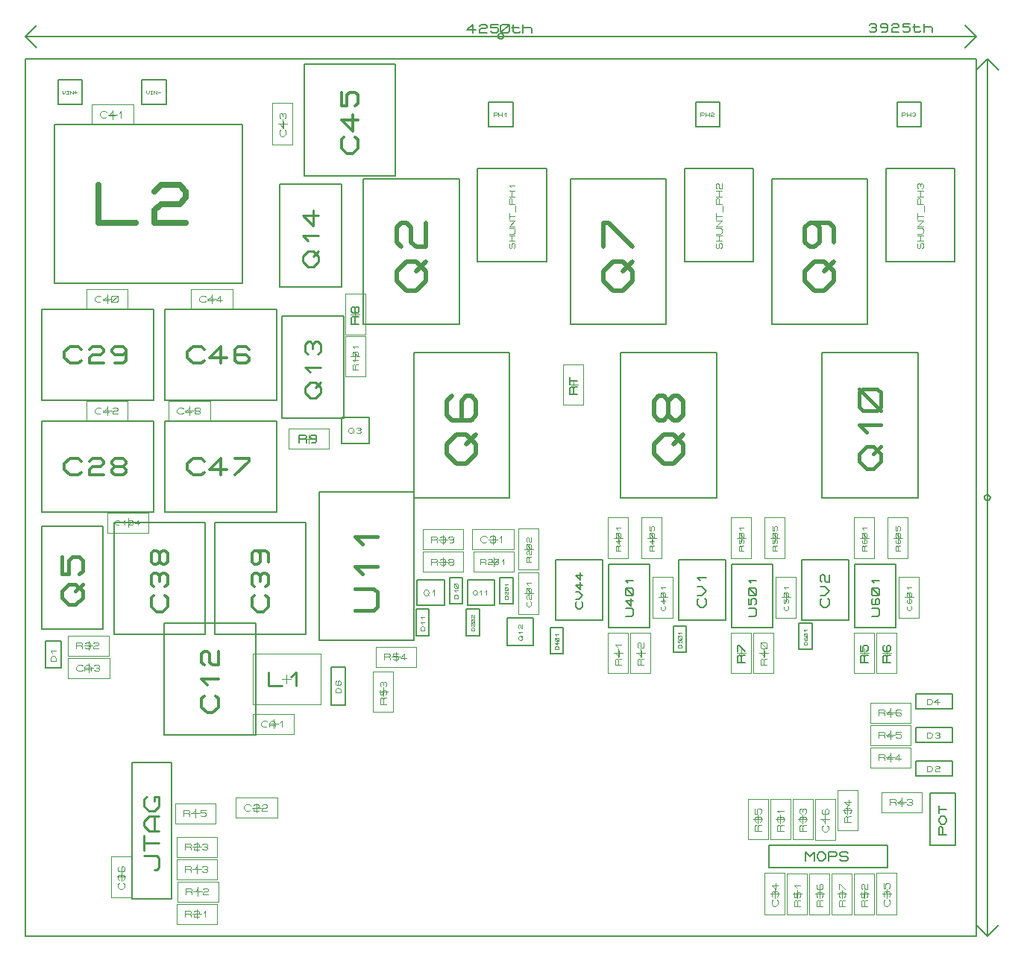
<source format=gbr>
G04 PROTEUS GERBER X2 FILE*
%TF.GenerationSoftware,Labcenter,Proteus,8.7-SP3-Build25561*%
%TF.CreationDate,2021-06-13T19:25:45+00:00*%
%TF.FileFunction,AssemblyDrawing,Top*%
%TF.FilePolarity,Positive*%
%TF.Part,Single*%
%TF.SameCoordinates,{9c7b3d0d-a21c-4509-bc3d-39c11cb24c33}*%
%FSLAX45Y45*%
%MOMM*%
G01*
%TA.AperFunction,Profile*%
%ADD46C,0.203200*%
%TA.AperFunction,NonMaterial*%
%ADD47C,0.203200*%
%TA.AperFunction,Material*%
%ADD60C,0.203200*%
%ADD145C,0.549060*%
%ADD146C,0.411790*%
%ADD147C,0.105410*%
%ADD148C,0.068580*%
%ADD149C,0.291780*%
%ADD150C,0.317500*%
%ADD151C,0.389040*%
%ADD152C,0.100530*%
%ADD153C,0.050000*%
%ADD154C,0.116250*%
%ADD155C,0.422590*%
%ADD156C,0.258330*%
%ADD157C,0.096190*%
%ADD158C,0.118750*%
%ADD159C,0.711200*%
%ADD160C,0.054860*%
%ADD161C,0.141000*%
%ADD162C,0.093000*%
%ADD163C,0.103290*%
%ADD164C,0.144780*%
%ADD165C,0.137160*%
%ADD166C,0.171450*%
%ADD167C,0.059690*%
%ADD168C,0.095000*%
%ADD169C,0.077470*%
%ADD170C,0.074610*%
%ADD64C,0.152400*%
%ADD171C,0.278890*%
%ADD172C,0.100580*%
%ADD173C,0.151430*%
%ADD174C,0.160020*%
%TD.AperFunction*%
D46*
X-1079500Y-7620000D02*
X+9715500Y-7620000D01*
X+9715500Y+2349500D01*
X-1079500Y+2349500D01*
X-1079500Y-7620000D01*
D47*
X+9842500Y-7620000D02*
X+9842500Y+2349500D01*
X+9842500Y-7620000D02*
X+9969500Y-7493000D01*
X+9842500Y-7620000D02*
X+9715500Y-7493000D01*
X+9842500Y+2349500D02*
X+9715500Y+2222500D01*
X+9842500Y+2349500D02*
X+9969500Y+2222500D01*
X+9874250Y-2635250D02*
X+9874141Y-2632616D01*
X+9873251Y-2627347D01*
X+9871389Y-2622078D01*
X+9868346Y-2616809D01*
X+9863691Y-2611607D01*
X+9858422Y-2607781D01*
X+9853153Y-2605341D01*
X+9847884Y-2603960D01*
X+9842615Y-2603500D01*
X+9842500Y-2603500D01*
X+9810750Y-2635250D02*
X+9810859Y-2632616D01*
X+9811749Y-2627347D01*
X+9813611Y-2622078D01*
X+9816654Y-2616809D01*
X+9821309Y-2611607D01*
X+9826578Y-2607781D01*
X+9831847Y-2605341D01*
X+9837116Y-2603960D01*
X+9842385Y-2603500D01*
X+9842500Y-2603500D01*
X+9810750Y-2635250D02*
X+9810859Y-2637884D01*
X+9811749Y-2643153D01*
X+9813611Y-2648422D01*
X+9816654Y-2653691D01*
X+9821309Y-2658893D01*
X+9826578Y-2662719D01*
X+9831847Y-2665159D01*
X+9837116Y-2666540D01*
X+9842385Y-2667000D01*
X+9842500Y-2667000D01*
X+9874250Y-2635250D02*
X+9874141Y-2637884D01*
X+9873251Y-2643153D01*
X+9871389Y-2648422D01*
X+9868346Y-2653691D01*
X+9863691Y-2658893D01*
X+9858422Y-2662719D01*
X+9853153Y-2665159D01*
X+9847884Y-2666540D01*
X+9842615Y-2667000D01*
X+9842500Y-2667000D01*
X+8502015Y+2729230D02*
X+8517890Y+2744470D01*
X+8565515Y+2744470D01*
X+8581390Y+2729230D01*
X+8581390Y+2713990D01*
X+8565515Y+2698750D01*
X+8581390Y+2683510D01*
X+8581390Y+2668270D01*
X+8565515Y+2653030D01*
X+8517890Y+2653030D01*
X+8502015Y+2668270D01*
X+8533765Y+2698750D02*
X+8565515Y+2698750D01*
X+8708390Y+2713990D02*
X+8692515Y+2698750D01*
X+8644890Y+2698750D01*
X+8629015Y+2713990D01*
X+8629015Y+2729230D01*
X+8644890Y+2744470D01*
X+8692515Y+2744470D01*
X+8708390Y+2729230D01*
X+8708390Y+2668270D01*
X+8692515Y+2653030D01*
X+8644890Y+2653030D01*
X+8756015Y+2729230D02*
X+8771890Y+2744470D01*
X+8819515Y+2744470D01*
X+8835390Y+2729230D01*
X+8835390Y+2713990D01*
X+8819515Y+2698750D01*
X+8771890Y+2698750D01*
X+8756015Y+2683510D01*
X+8756015Y+2653030D01*
X+8835390Y+2653030D01*
X+8962390Y+2744470D02*
X+8883015Y+2744470D01*
X+8883015Y+2713990D01*
X+8946515Y+2713990D01*
X+8962390Y+2698750D01*
X+8962390Y+2668270D01*
X+8946515Y+2653030D01*
X+8898890Y+2653030D01*
X+8883015Y+2668270D01*
X+9010015Y+2744470D02*
X+9010015Y+2668270D01*
X+9025890Y+2653030D01*
X+9073515Y+2653030D01*
X+9089390Y+2668270D01*
X+8994140Y+2713990D02*
X+9073515Y+2713990D01*
X+9216390Y+2653030D02*
X+9216390Y+2698750D01*
X+9200515Y+2713990D01*
X+9137015Y+2713990D01*
X+9121140Y+2698750D01*
X+9121140Y+2744470D02*
X+9121140Y+2653030D01*
D60*
X+3329940Y-2636520D02*
X+4417060Y-2636520D01*
X+4417060Y-989330D01*
X+3329940Y-989330D01*
X+3329940Y-2636520D01*
D145*
X+3818594Y-2252175D02*
X+3708781Y-2142363D01*
X+3708781Y-2032550D01*
X+3818594Y-1922738D01*
X+3928406Y-1922738D01*
X+4038219Y-2032550D01*
X+4038219Y-2142363D01*
X+3928406Y-2252175D01*
X+3818594Y-2252175D01*
X+3928406Y-2032550D02*
X+4038219Y-1922738D01*
X+3763687Y-1483488D02*
X+3708781Y-1538394D01*
X+3708781Y-1703113D01*
X+3763687Y-1758019D01*
X+3983313Y-1758019D01*
X+4038219Y-1703113D01*
X+4038219Y-1538394D01*
X+3983313Y-1483488D01*
X+3928406Y-1483488D01*
X+3873500Y-1538394D01*
X+3873500Y-1758019D01*
D60*
X+5107940Y-668020D02*
X+6195060Y-668020D01*
X+6195060Y+979170D01*
X+5107940Y+979170D01*
X+5107940Y-668020D01*
D145*
X+5596594Y-283675D02*
X+5486781Y-173863D01*
X+5486781Y-64050D01*
X+5596594Y+45762D01*
X+5706406Y+45762D01*
X+5816219Y-64050D01*
X+5816219Y-173863D01*
X+5706406Y-283675D01*
X+5596594Y-283675D01*
X+5706406Y-64050D02*
X+5816219Y+45762D01*
X+5486781Y+210481D02*
X+5486781Y+485012D01*
X+5541687Y+485012D01*
X+5816219Y+210481D01*
D60*
X+5679440Y-2636520D02*
X+6766560Y-2636520D01*
X+6766560Y-989330D01*
X+5679440Y-989330D01*
X+5679440Y-2636520D01*
D145*
X+6168094Y-2252175D02*
X+6058281Y-2142363D01*
X+6058281Y-2032550D01*
X+6168094Y-1922738D01*
X+6277906Y-1922738D01*
X+6387719Y-2032550D01*
X+6387719Y-2142363D01*
X+6277906Y-2252175D01*
X+6168094Y-2252175D01*
X+6277906Y-2032550D02*
X+6387719Y-1922738D01*
X+6223000Y-1703113D02*
X+6168094Y-1758019D01*
X+6113187Y-1758019D01*
X+6058281Y-1703113D01*
X+6058281Y-1538394D01*
X+6113187Y-1483488D01*
X+6168094Y-1483488D01*
X+6223000Y-1538394D01*
X+6223000Y-1703113D01*
X+6277906Y-1758019D01*
X+6332813Y-1758019D01*
X+6387719Y-1703113D01*
X+6387719Y-1538394D01*
X+6332813Y-1483488D01*
X+6277906Y-1483488D01*
X+6223000Y-1538394D01*
D60*
X+7393940Y-668020D02*
X+8481060Y-668020D01*
X+8481060Y+979170D01*
X+7393940Y+979170D01*
X+7393940Y-668020D01*
D145*
X+7882594Y-283675D02*
X+7772781Y-173863D01*
X+7772781Y-64050D01*
X+7882594Y+45762D01*
X+7992406Y+45762D01*
X+8102219Y-64050D01*
X+8102219Y-173863D01*
X+7992406Y-283675D01*
X+7882594Y-283675D01*
X+7992406Y-64050D02*
X+8102219Y+45762D01*
X+7882594Y+485012D02*
X+7937500Y+430106D01*
X+7937500Y+265387D01*
X+7882594Y+210481D01*
X+7827687Y+210481D01*
X+7772781Y+265387D01*
X+7772781Y+430106D01*
X+7827687Y+485012D01*
X+8047313Y+485012D01*
X+8102219Y+430106D01*
X+8102219Y+265387D01*
D60*
X+7965440Y-2636520D02*
X+9052560Y-2636520D01*
X+9052560Y-989330D01*
X+7965440Y-989330D01*
X+7965440Y-2636520D01*
D146*
X+8467820Y-2307080D02*
X+8385461Y-2224721D01*
X+8385461Y-2142362D01*
X+8467820Y-2060003D01*
X+8550180Y-2060003D01*
X+8632539Y-2142362D01*
X+8632539Y-2224721D01*
X+8550180Y-2307080D01*
X+8467820Y-2307080D01*
X+8550180Y-2142362D02*
X+8632539Y-2060003D01*
X+8467820Y-1895284D02*
X+8385461Y-1812925D01*
X+8632539Y-1812925D01*
X+8591359Y-1648206D02*
X+8426641Y-1648206D01*
X+8385461Y-1607027D01*
X+8385461Y-1442308D01*
X+8426641Y-1401129D01*
X+8591359Y-1401129D01*
X+8632539Y-1442308D01*
X+8632539Y-1607027D01*
X+8591359Y-1648206D01*
X+8632539Y-1648206D02*
X+8385461Y-1401129D01*
D60*
X+2758440Y-668020D02*
X+3845560Y-668020D01*
X+3845560Y+979170D01*
X+2758440Y+979170D01*
X+2758440Y-668020D01*
D145*
X+3247094Y-283675D02*
X+3137281Y-173863D01*
X+3137281Y-64050D01*
X+3247094Y+45762D01*
X+3356906Y+45762D01*
X+3466719Y-64050D01*
X+3466719Y-173863D01*
X+3356906Y-283675D01*
X+3247094Y-283675D01*
X+3356906Y-64050D02*
X+3466719Y+45762D01*
X+3192187Y+210481D02*
X+3137281Y+265387D01*
X+3137281Y+430106D01*
X+3192187Y+485012D01*
X+3247094Y+485012D01*
X+3302000Y+430106D01*
X+3302000Y+265387D01*
X+3356906Y+210481D01*
X+3466719Y+210481D01*
X+3466719Y+485012D01*
D60*
X+6403340Y+44450D02*
X+7185660Y+44450D01*
X+7185660Y+1098550D01*
X+6403340Y+1098550D01*
X+6403340Y+44450D01*
D147*
X+6815582Y+192024D02*
X+6826123Y+202565D01*
X+6826123Y+244729D01*
X+6815582Y+255270D01*
X+6805041Y+255270D01*
X+6794500Y+244729D01*
X+6794500Y+202565D01*
X+6783959Y+192024D01*
X+6773418Y+192024D01*
X+6762877Y+202565D01*
X+6762877Y+244729D01*
X+6773418Y+255270D01*
X+6826123Y+276352D02*
X+6762877Y+276352D01*
X+6762877Y+339598D02*
X+6826123Y+339598D01*
X+6794500Y+276352D02*
X+6794500Y+339598D01*
X+6762877Y+360680D02*
X+6815582Y+360680D01*
X+6826123Y+371221D01*
X+6826123Y+413385D01*
X+6815582Y+423926D01*
X+6762877Y+423926D01*
X+6826123Y+445008D02*
X+6762877Y+445008D01*
X+6826123Y+508254D01*
X+6762877Y+508254D01*
X+6762877Y+529336D02*
X+6762877Y+592582D01*
X+6762877Y+560959D02*
X+6826123Y+560959D01*
X+6836664Y+613664D02*
X+6836664Y+676910D01*
X+6826123Y+697992D02*
X+6762877Y+697992D01*
X+6762877Y+750697D01*
X+6773418Y+761238D01*
X+6783959Y+761238D01*
X+6794500Y+750697D01*
X+6794500Y+697992D01*
X+6826123Y+782320D02*
X+6762877Y+782320D01*
X+6762877Y+845566D02*
X+6826123Y+845566D01*
X+6794500Y+782320D02*
X+6794500Y+845566D01*
X+6773418Y+877189D02*
X+6762877Y+887730D01*
X+6762877Y+919353D01*
X+6773418Y+929894D01*
X+6783959Y+929894D01*
X+6794500Y+919353D01*
X+6794500Y+887730D01*
X+6805041Y+877189D01*
X+6826123Y+877189D01*
X+6826123Y+929894D01*
D60*
X+8689340Y+44450D02*
X+9471660Y+44450D01*
X+9471660Y+1098550D01*
X+8689340Y+1098550D01*
X+8689340Y+44450D01*
D147*
X+9101582Y+192024D02*
X+9112123Y+202565D01*
X+9112123Y+244729D01*
X+9101582Y+255270D01*
X+9091041Y+255270D01*
X+9080500Y+244729D01*
X+9080500Y+202565D01*
X+9069959Y+192024D01*
X+9059418Y+192024D01*
X+9048877Y+202565D01*
X+9048877Y+244729D01*
X+9059418Y+255270D01*
X+9112123Y+276352D02*
X+9048877Y+276352D01*
X+9048877Y+339598D02*
X+9112123Y+339598D01*
X+9080500Y+276352D02*
X+9080500Y+339598D01*
X+9048877Y+360680D02*
X+9101582Y+360680D01*
X+9112123Y+371221D01*
X+9112123Y+413385D01*
X+9101582Y+423926D01*
X+9048877Y+423926D01*
X+9112123Y+445008D02*
X+9048877Y+445008D01*
X+9112123Y+508254D01*
X+9048877Y+508254D01*
X+9048877Y+529336D02*
X+9048877Y+592582D01*
X+9048877Y+560959D02*
X+9112123Y+560959D01*
X+9122664Y+613664D02*
X+9122664Y+676910D01*
X+9112123Y+697992D02*
X+9048877Y+697992D01*
X+9048877Y+750697D01*
X+9059418Y+761238D01*
X+9069959Y+761238D01*
X+9080500Y+750697D01*
X+9080500Y+697992D01*
X+9112123Y+782320D02*
X+9048877Y+782320D01*
X+9048877Y+845566D02*
X+9112123Y+845566D01*
X+9080500Y+782320D02*
X+9080500Y+845566D01*
X+9059418Y+877189D02*
X+9048877Y+887730D01*
X+9048877Y+919353D01*
X+9059418Y+929894D01*
X+9069959Y+929894D01*
X+9080500Y+919353D01*
X+9091041Y+929894D01*
X+9101582Y+929894D01*
X+9112123Y+919353D01*
X+9112123Y+887730D01*
X+9101582Y+877189D01*
X+9080500Y+898271D02*
X+9080500Y+919353D01*
D60*
X+4053840Y+44450D02*
X+4836160Y+44450D01*
X+4836160Y+1098550D01*
X+4053840Y+1098550D01*
X+4053840Y+44450D01*
D147*
X+4466082Y+192024D02*
X+4476623Y+202565D01*
X+4476623Y+244729D01*
X+4466082Y+255270D01*
X+4455541Y+255270D01*
X+4445000Y+244729D01*
X+4445000Y+202565D01*
X+4434459Y+192024D01*
X+4423918Y+192024D01*
X+4413377Y+202565D01*
X+4413377Y+244729D01*
X+4423918Y+255270D01*
X+4476623Y+276352D02*
X+4413377Y+276352D01*
X+4413377Y+339598D02*
X+4476623Y+339598D01*
X+4445000Y+276352D02*
X+4445000Y+339598D01*
X+4413377Y+360680D02*
X+4466082Y+360680D01*
X+4476623Y+371221D01*
X+4476623Y+413385D01*
X+4466082Y+423926D01*
X+4413377Y+423926D01*
X+4476623Y+445008D02*
X+4413377Y+445008D01*
X+4476623Y+508254D01*
X+4413377Y+508254D01*
X+4413377Y+529336D02*
X+4413377Y+592582D01*
X+4413377Y+560959D02*
X+4476623Y+560959D01*
X+4487164Y+613664D02*
X+4487164Y+676910D01*
X+4476623Y+697992D02*
X+4413377Y+697992D01*
X+4413377Y+750697D01*
X+4423918Y+761238D01*
X+4434459Y+761238D01*
X+4445000Y+750697D01*
X+4445000Y+697992D01*
X+4476623Y+782320D02*
X+4413377Y+782320D01*
X+4413377Y+845566D02*
X+4476623Y+845566D01*
X+4445000Y+782320D02*
X+4445000Y+845566D01*
X+4434459Y+887730D02*
X+4413377Y+908812D01*
X+4476623Y+908812D01*
D60*
X+4180840Y+1577340D02*
X+4455160Y+1577340D01*
X+4455160Y+1851660D01*
X+4180840Y+1851660D01*
X+4180840Y+1577340D01*
D148*
X+4235704Y+1693926D02*
X+4235704Y+1735074D01*
X+4269994Y+1735074D01*
X+4276852Y+1728216D01*
X+4276852Y+1721358D01*
X+4269994Y+1714500D01*
X+4235704Y+1714500D01*
X+4290568Y+1693926D02*
X+4290568Y+1735074D01*
X+4331716Y+1735074D02*
X+4331716Y+1693926D01*
X+4290568Y+1714500D02*
X+4331716Y+1714500D01*
X+4359148Y+1721358D02*
X+4372864Y+1735074D01*
X+4372864Y+1693926D01*
D60*
X+6530340Y+1577340D02*
X+6804660Y+1577340D01*
X+6804660Y+1851660D01*
X+6530340Y+1851660D01*
X+6530340Y+1577340D01*
D148*
X+6585204Y+1693926D02*
X+6585204Y+1735074D01*
X+6619494Y+1735074D01*
X+6626352Y+1728216D01*
X+6626352Y+1721358D01*
X+6619494Y+1714500D01*
X+6585204Y+1714500D01*
X+6640068Y+1693926D02*
X+6640068Y+1735074D01*
X+6681216Y+1735074D02*
X+6681216Y+1693926D01*
X+6640068Y+1714500D02*
X+6681216Y+1714500D01*
X+6701790Y+1728216D02*
X+6708648Y+1735074D01*
X+6729222Y+1735074D01*
X+6736080Y+1728216D01*
X+6736080Y+1721358D01*
X+6729222Y+1714500D01*
X+6708648Y+1714500D01*
X+6701790Y+1707642D01*
X+6701790Y+1693926D01*
X+6736080Y+1693926D01*
D60*
X+8816340Y+1577340D02*
X+9090660Y+1577340D01*
X+9090660Y+1851660D01*
X+8816340Y+1851660D01*
X+8816340Y+1577340D01*
D148*
X+8871204Y+1693926D02*
X+8871204Y+1735074D01*
X+8905494Y+1735074D01*
X+8912352Y+1728216D01*
X+8912352Y+1721358D01*
X+8905494Y+1714500D01*
X+8871204Y+1714500D01*
X+8926068Y+1693926D02*
X+8926068Y+1735074D01*
X+8967216Y+1735074D02*
X+8967216Y+1693926D01*
X+8926068Y+1714500D02*
X+8967216Y+1714500D01*
X+8987790Y+1728216D02*
X+8994648Y+1735074D01*
X+9015222Y+1735074D01*
X+9022080Y+1728216D01*
X+9022080Y+1721358D01*
X+9015222Y+1714500D01*
X+9022080Y+1707642D01*
X+9022080Y+1700784D01*
X+9015222Y+1693926D01*
X+8994648Y+1693926D01*
X+8987790Y+1700784D01*
X+9001506Y+1714500D02*
X+9015222Y+1714500D01*
D60*
X+1835150Y-1738630D02*
X+2533650Y-1738630D01*
X+2533650Y-571500D01*
X+1835150Y-571500D01*
X+1835150Y-1738630D01*
D149*
X+2155222Y-1505202D02*
X+2096866Y-1446846D01*
X+2096866Y-1388490D01*
X+2155222Y-1330134D01*
X+2213579Y-1330134D01*
X+2271935Y-1388490D01*
X+2271935Y-1446846D01*
X+2213579Y-1505202D01*
X+2155222Y-1505202D01*
X+2213579Y-1388490D02*
X+2271935Y-1330134D01*
X+2155222Y-1213421D02*
X+2096866Y-1155065D01*
X+2271935Y-1155065D01*
X+2126044Y-1009174D02*
X+2096866Y-979996D01*
X+2096866Y-892462D01*
X+2126044Y-863284D01*
X+2155222Y-863284D01*
X+2184400Y-892462D01*
X+2213579Y-863284D01*
X+2242757Y-863284D01*
X+2271935Y-892462D01*
X+2271935Y-979996D01*
X+2242757Y-1009174D01*
X+2184400Y-950818D02*
X+2184400Y-892462D01*
D60*
X+1809750Y-246380D02*
X+2508250Y-246380D01*
X+2508250Y+920750D01*
X+1809750Y+920750D01*
X+1809750Y-246380D01*
D149*
X+2129822Y-12952D02*
X+2071466Y+45404D01*
X+2071466Y+103760D01*
X+2129822Y+162116D01*
X+2188179Y+162116D01*
X+2246535Y+103760D01*
X+2246535Y+45404D01*
X+2188179Y-12952D01*
X+2129822Y-12952D01*
X+2188179Y+103760D02*
X+2246535Y+162116D01*
X+2129822Y+278829D02*
X+2071466Y+337185D01*
X+2246535Y+337185D01*
X+2188179Y+628966D02*
X+2188179Y+453898D01*
X+2071466Y+570610D01*
X+2246535Y+570610D01*
D60*
X-889000Y-2804160D02*
X+381000Y-2804160D01*
X+381000Y-1767840D01*
X-889000Y-1767840D01*
X-889000Y-2804160D01*
D150*
X-444500Y-2349500D02*
X-476250Y-2381250D01*
X-571500Y-2381250D01*
X-635000Y-2317750D01*
X-635000Y-2254250D01*
X-571500Y-2190750D01*
X-476250Y-2190750D01*
X-444500Y-2222500D01*
X-349250Y-2222500D02*
X-317500Y-2190750D01*
X-222250Y-2190750D01*
X-190500Y-2222500D01*
X-190500Y-2254250D01*
X-222250Y-2286000D01*
X-317500Y-2286000D01*
X-349250Y-2317750D01*
X-349250Y-2381250D01*
X-190500Y-2381250D01*
X-63500Y-2286000D02*
X-95250Y-2254250D01*
X-95250Y-2222500D01*
X-63500Y-2190750D01*
X+31750Y-2190750D01*
X+63500Y-2222500D01*
X+63500Y-2254250D01*
X+31750Y-2286000D01*
X-63500Y-2286000D01*
X-95250Y-2317750D01*
X-95250Y-2349500D01*
X-63500Y-2381250D01*
X+31750Y-2381250D01*
X+63500Y-2349500D01*
X+63500Y-2317750D01*
X+31750Y-2286000D01*
D60*
X-889000Y-1534160D02*
X+381000Y-1534160D01*
X+381000Y-497840D01*
X-889000Y-497840D01*
X-889000Y-1534160D01*
D150*
X-444500Y-1079500D02*
X-476250Y-1111250D01*
X-571500Y-1111250D01*
X-635000Y-1047750D01*
X-635000Y-984250D01*
X-571500Y-920750D01*
X-476250Y-920750D01*
X-444500Y-952500D01*
X-349250Y-952500D02*
X-317500Y-920750D01*
X-222250Y-920750D01*
X-190500Y-952500D01*
X-190500Y-984250D01*
X-222250Y-1016000D01*
X-317500Y-1016000D01*
X-349250Y-1047750D01*
X-349250Y-1111250D01*
X-190500Y-1111250D01*
X+63500Y-984250D02*
X+31750Y-1016000D01*
X-63500Y-1016000D01*
X-95250Y-984250D01*
X-95250Y-952500D01*
X-63500Y-920750D01*
X+31750Y-920750D01*
X+63500Y-952500D01*
X+63500Y-1079500D01*
X+31750Y-1111250D01*
X-63500Y-1111250D01*
D60*
X-895350Y-4127500D02*
X-196850Y-4127500D01*
X-196850Y-2960370D01*
X-895350Y-2960370D01*
X-895350Y-4127500D01*
D151*
X-585004Y-3855169D02*
X-662813Y-3777361D01*
X-662813Y-3699552D01*
X-585004Y-3621744D01*
X-507196Y-3621744D01*
X-429387Y-3699552D01*
X-429387Y-3777361D01*
X-507196Y-3855169D01*
X-585004Y-3855169D01*
X-507196Y-3699552D02*
X-429387Y-3621744D01*
X-662813Y-3310510D02*
X-662813Y-3505031D01*
X-585004Y-3505031D01*
X-585004Y-3349414D01*
X-546100Y-3310510D01*
X-468291Y-3310510D01*
X-429387Y-3349414D01*
X-429387Y-3466127D01*
X-468291Y-3505031D01*
D60*
X-852160Y-4568800D02*
X-671840Y-4568800D01*
X-671840Y-4267200D01*
X-852160Y-4267200D01*
X-852160Y-4568800D01*
D152*
X-731840Y-4498426D02*
X-792160Y-4498426D01*
X-792160Y-4458213D01*
X-772053Y-4438107D01*
X-751947Y-4438107D01*
X-731840Y-4458213D01*
X-731840Y-4498426D01*
X-772053Y-4397894D02*
X-792160Y-4377787D01*
X-731840Y-4377787D01*
D153*
X-593000Y-4433000D02*
X-133000Y-4433000D01*
X-133000Y-4203000D01*
X-593000Y-4203000D01*
X-593000Y-4433000D01*
X-363000Y-4268000D02*
X-363000Y-4368000D01*
X-313000Y-4318000D02*
X-413000Y-4318000D01*
D154*
X-502500Y-4352875D02*
X-502500Y-4283125D01*
X-444375Y-4283125D01*
X-432750Y-4294750D01*
X-432750Y-4306375D01*
X-444375Y-4318000D01*
X-502500Y-4318000D01*
X-444375Y-4318000D02*
X-432750Y-4329625D01*
X-432750Y-4352875D01*
X-397875Y-4294750D02*
X-386250Y-4283125D01*
X-351375Y-4283125D01*
X-339750Y-4294750D01*
X-339750Y-4306375D01*
X-351375Y-4318000D01*
X-339750Y-4329625D01*
X-339750Y-4341250D01*
X-351375Y-4352875D01*
X-386250Y-4352875D01*
X-397875Y-4341250D01*
X-374625Y-4318000D02*
X-351375Y-4318000D01*
X-304875Y-4294750D02*
X-293250Y-4283125D01*
X-258375Y-4283125D01*
X-246750Y-4294750D01*
X-246750Y-4306375D01*
X-258375Y-4318000D01*
X-293250Y-4318000D01*
X-304875Y-4329625D01*
X-304875Y-4352875D01*
X-246750Y-4352875D01*
D60*
X-73660Y-4191000D02*
X+962660Y-4191000D01*
X+962660Y-2921000D01*
X-73660Y-2921000D01*
X-73660Y-4191000D01*
D150*
X+508000Y-3746500D02*
X+539750Y-3778250D01*
X+539750Y-3873500D01*
X+476250Y-3937000D01*
X+412750Y-3937000D01*
X+349250Y-3873500D01*
X+349250Y-3778250D01*
X+381000Y-3746500D01*
X+381000Y-3651250D02*
X+349250Y-3619500D01*
X+349250Y-3524250D01*
X+381000Y-3492500D01*
X+412750Y-3492500D01*
X+444500Y-3524250D01*
X+476250Y-3492500D01*
X+508000Y-3492500D01*
X+539750Y-3524250D01*
X+539750Y-3619500D01*
X+508000Y-3651250D01*
X+444500Y-3587750D02*
X+444500Y-3524250D01*
X+444500Y-3365500D02*
X+412750Y-3397250D01*
X+381000Y-3397250D01*
X+349250Y-3365500D01*
X+349250Y-3270250D01*
X+381000Y-3238500D01*
X+412750Y-3238500D01*
X+444500Y-3270250D01*
X+444500Y-3365500D01*
X+476250Y-3397250D01*
X+508000Y-3397250D01*
X+539750Y-3365500D01*
X+539750Y-3270250D01*
X+508000Y-3238500D01*
X+476250Y-3238500D01*
X+444500Y-3270250D01*
D60*
X+2256790Y-4260850D02*
X+3331210Y-4260850D01*
X+3331210Y-2570480D01*
X+2256790Y-2570480D01*
X+2256790Y-4260850D01*
D155*
X+2667223Y-3922774D02*
X+2878519Y-3922774D01*
X+2920778Y-3880515D01*
X+2920778Y-3711479D01*
X+2878519Y-3669220D01*
X+2667223Y-3669220D01*
X+2751741Y-3500183D02*
X+2667223Y-3415665D01*
X+2920778Y-3415665D01*
X+2751741Y-3162110D02*
X+2667223Y-3077592D01*
X+2920778Y-3077592D01*
D153*
X+2272500Y-4409000D02*
X+1502500Y-4409000D01*
X+1502500Y-4989000D01*
X+2272500Y-4989000D01*
X+2272500Y-4409000D01*
X+1887500Y-4749000D02*
X+1887500Y-4649000D01*
X+1837500Y-4699000D02*
X+1937500Y-4699000D01*
D156*
X+1680834Y-4621500D02*
X+1680834Y-4776500D01*
X+1835833Y-4776500D01*
X+1939166Y-4673167D02*
X+1990833Y-4621500D01*
X+1990833Y-4776500D01*
D60*
X+2389677Y-4990787D02*
X+2549997Y-4990787D01*
X+2549997Y-4561887D01*
X+2389677Y-4561887D01*
X+2389677Y-4990787D01*
D157*
X+2498695Y-4853290D02*
X+2440980Y-4853290D01*
X+2440980Y-4814814D01*
X+2460218Y-4795576D01*
X+2479457Y-4795576D01*
X+2498695Y-4814814D01*
X+2498695Y-4853290D01*
X+2450599Y-4718623D02*
X+2440980Y-4728242D01*
X+2440980Y-4757099D01*
X+2450599Y-4766718D01*
X+2489076Y-4766718D01*
X+2498695Y-4757099D01*
X+2498695Y-4728242D01*
X+2489076Y-4718623D01*
X+2479457Y-4718623D01*
X+2469837Y-4728242D01*
X+2469837Y-4766718D01*
D60*
X+1069340Y-4191000D02*
X+2105660Y-4191000D01*
X+2105660Y-2921000D01*
X+1069340Y-2921000D01*
X+1069340Y-4191000D01*
D150*
X+1651000Y-3746500D02*
X+1682750Y-3778250D01*
X+1682750Y-3873500D01*
X+1619250Y-3937000D01*
X+1555750Y-3937000D01*
X+1492250Y-3873500D01*
X+1492250Y-3778250D01*
X+1524000Y-3746500D01*
X+1524000Y-3651250D02*
X+1492250Y-3619500D01*
X+1492250Y-3524250D01*
X+1524000Y-3492500D01*
X+1555750Y-3492500D01*
X+1587500Y-3524250D01*
X+1619250Y-3492500D01*
X+1651000Y-3492500D01*
X+1682750Y-3524250D01*
X+1682750Y-3619500D01*
X+1651000Y-3651250D01*
X+1587500Y-3587750D02*
X+1587500Y-3524250D01*
X+1555750Y-3238500D02*
X+1587500Y-3270250D01*
X+1587500Y-3365500D01*
X+1555750Y-3397250D01*
X+1524000Y-3397250D01*
X+1492250Y-3365500D01*
X+1492250Y-3270250D01*
X+1524000Y-3238500D01*
X+1651000Y-3238500D01*
X+1682750Y-3270250D01*
X+1682750Y-3365500D01*
D153*
X-593000Y-4687000D02*
X-123000Y-4687000D01*
X-123000Y-4457000D01*
X-593000Y-4457000D01*
X-593000Y-4687000D01*
X-358000Y-4522000D02*
X-358000Y-4622000D01*
X-308000Y-4572000D02*
X-408000Y-4572000D01*
D158*
X-429250Y-4595750D02*
X-441125Y-4607625D01*
X-476750Y-4607625D01*
X-500500Y-4583875D01*
X-500500Y-4560125D01*
X-476750Y-4536375D01*
X-441125Y-4536375D01*
X-429250Y-4548250D01*
X-405500Y-4607625D02*
X-405500Y-4560125D01*
X-381750Y-4536375D01*
X-358000Y-4536375D01*
X-334250Y-4560125D01*
X-334250Y-4607625D01*
X-405500Y-4583875D02*
X-334250Y-4583875D01*
X-298625Y-4548250D02*
X-286750Y-4536375D01*
X-251125Y-4536375D01*
X-239250Y-4548250D01*
X-239250Y-4560125D01*
X-251125Y-4572000D01*
X-239250Y-4583875D01*
X-239250Y-4595750D01*
X-251125Y-4607625D01*
X-286750Y-4607625D01*
X-298625Y-4595750D01*
X-274875Y-4572000D02*
X-251125Y-4572000D01*
D153*
X+2869500Y-4614000D02*
X+2869500Y-5074000D01*
X+3099500Y-5074000D01*
X+3099500Y-4614000D01*
X+2869500Y-4614000D01*
X+3034500Y-4844000D02*
X+2934500Y-4844000D01*
X+2984500Y-4894000D02*
X+2984500Y-4794000D01*
D154*
X+3019375Y-4983500D02*
X+2949625Y-4983500D01*
X+2949625Y-4925375D01*
X+2961250Y-4913750D01*
X+2972875Y-4913750D01*
X+2984500Y-4925375D01*
X+2984500Y-4983500D01*
X+2984500Y-4925375D02*
X+2996125Y-4913750D01*
X+3019375Y-4913750D01*
X+2949625Y-4820750D02*
X+2949625Y-4878875D01*
X+2972875Y-4878875D01*
X+2972875Y-4832375D01*
X+2984500Y-4820750D01*
X+3007750Y-4820750D01*
X+3019375Y-4832375D01*
X+3019375Y-4867250D01*
X+3007750Y-4878875D01*
X+2961250Y-4785875D02*
X+2949625Y-4774250D01*
X+2949625Y-4739375D01*
X+2961250Y-4727750D01*
X+2972875Y-4727750D01*
X+2984500Y-4739375D01*
X+2996125Y-4727750D01*
X+3007750Y-4727750D01*
X+3019375Y-4739375D01*
X+3019375Y-4774250D01*
X+3007750Y-4785875D01*
X+2984500Y-4762625D02*
X+2984500Y-4739375D01*
D153*
X+3359500Y-4330000D02*
X+2899500Y-4330000D01*
X+2899500Y-4560000D01*
X+3359500Y-4560000D01*
X+3359500Y-4330000D01*
X+3129500Y-4495000D02*
X+3129500Y-4395000D01*
X+3079500Y-4445000D02*
X+3179500Y-4445000D01*
D154*
X+2990000Y-4479875D02*
X+2990000Y-4410125D01*
X+3048125Y-4410125D01*
X+3059750Y-4421750D01*
X+3059750Y-4433375D01*
X+3048125Y-4445000D01*
X+2990000Y-4445000D01*
X+3048125Y-4445000D02*
X+3059750Y-4456625D01*
X+3059750Y-4479875D01*
X+3152750Y-4410125D02*
X+3094625Y-4410125D01*
X+3094625Y-4433375D01*
X+3141125Y-4433375D01*
X+3152750Y-4445000D01*
X+3152750Y-4468250D01*
X+3141125Y-4479875D01*
X+3106250Y-4479875D01*
X+3094625Y-4468250D01*
X+3245750Y-4456625D02*
X+3176000Y-4456625D01*
X+3222500Y-4410125D01*
X+3222500Y-4479875D01*
D60*
X-749300Y-200660D02*
X+1384300Y-200660D01*
X+1384300Y+1597660D01*
X-749300Y+1597660D01*
X-749300Y-200660D01*
D159*
X-251460Y+911860D02*
X-251460Y+485140D01*
X+175260Y+485140D01*
X+388620Y+840740D02*
X+459740Y+911860D01*
X+673100Y+911860D01*
X+744220Y+840740D01*
X+744220Y+769620D01*
X+673100Y+698500D01*
X+459740Y+698500D01*
X+388620Y+627380D01*
X+388620Y+485140D01*
X+744220Y+485140D01*
D153*
X+85000Y-266000D02*
X-385000Y-266000D01*
X-385000Y-496000D01*
X+85000Y-496000D01*
X+85000Y-266000D01*
X-150000Y-431000D02*
X-150000Y-331000D01*
X-200000Y-381000D02*
X-100000Y-381000D01*
D158*
X-221250Y-404750D02*
X-233125Y-416625D01*
X-268750Y-416625D01*
X-292500Y-392875D01*
X-292500Y-369125D01*
X-268750Y-345375D01*
X-233125Y-345375D01*
X-221250Y-357250D01*
X-126250Y-392875D02*
X-197500Y-392875D01*
X-150000Y-345375D01*
X-150000Y-416625D01*
X-102500Y-404750D02*
X-102500Y-357250D01*
X-90625Y-345375D01*
X-43125Y-345375D01*
X-31250Y-357250D01*
X-31250Y-404750D01*
X-43125Y-416625D01*
X-90625Y-416625D01*
X-102500Y-404750D01*
X-102500Y-416625D02*
X-31250Y-345375D01*
D153*
X+148500Y+1829500D02*
X-321500Y+1829500D01*
X-321500Y+1599500D01*
X+148500Y+1599500D01*
X+148500Y+1829500D01*
X-86500Y+1664500D02*
X-86500Y+1764500D01*
X-136500Y+1714500D02*
X-36500Y+1714500D01*
D158*
X-157750Y+1690750D02*
X-169625Y+1678875D01*
X-205250Y+1678875D01*
X-229000Y+1702625D01*
X-229000Y+1726375D01*
X-205250Y+1750125D01*
X-169625Y+1750125D01*
X-157750Y+1738250D01*
X-62750Y+1702625D02*
X-134000Y+1702625D01*
X-86500Y+1750125D01*
X-86500Y+1678875D01*
X-15250Y+1726375D02*
X+8500Y+1750125D01*
X+8500Y+1678875D01*
D153*
X+85000Y-1536000D02*
X-385000Y-1536000D01*
X-385000Y-1766000D01*
X+85000Y-1766000D01*
X+85000Y-1536000D01*
X-150000Y-1701000D02*
X-150000Y-1601000D01*
X-200000Y-1651000D02*
X-100000Y-1651000D01*
D158*
X-221250Y-1674750D02*
X-233125Y-1686625D01*
X-268750Y-1686625D01*
X-292500Y-1662875D01*
X-292500Y-1639125D01*
X-268750Y-1615375D01*
X-233125Y-1615375D01*
X-221250Y-1627250D01*
X-126250Y-1662875D02*
X-197500Y-1662875D01*
X-150000Y-1615375D01*
X-150000Y-1686625D01*
X-90625Y-1627250D02*
X-78750Y-1615375D01*
X-43125Y-1615375D01*
X-31250Y-1627250D01*
X-31250Y-1639125D01*
X-43125Y-1651000D01*
X-78750Y-1651000D01*
X-90625Y-1662875D01*
X-90625Y-1686625D01*
X-31250Y-1686625D01*
D60*
X+2085340Y+1016000D02*
X+3121660Y+1016000D01*
X+3121660Y+2286000D01*
X+2085340Y+2286000D01*
X+2085340Y+1016000D01*
D150*
X+2667000Y+1460500D02*
X+2698750Y+1428750D01*
X+2698750Y+1333500D01*
X+2635250Y+1270000D01*
X+2571750Y+1270000D01*
X+2508250Y+1333500D01*
X+2508250Y+1428750D01*
X+2540000Y+1460500D01*
X+2635250Y+1714500D02*
X+2635250Y+1524000D01*
X+2508250Y+1651000D01*
X+2698750Y+1651000D01*
X+2508250Y+1968500D02*
X+2508250Y+1809750D01*
X+2571750Y+1809750D01*
X+2571750Y+1936750D01*
X+2603500Y+1968500D01*
X+2667000Y+1968500D01*
X+2698750Y+1936750D01*
X+2698750Y+1841500D01*
X+2667000Y+1809750D01*
D60*
X+508000Y-1534160D02*
X+1778000Y-1534160D01*
X+1778000Y-497840D01*
X+508000Y-497840D01*
X+508000Y-1534160D01*
D150*
X+952500Y-1079500D02*
X+920750Y-1111250D01*
X+825500Y-1111250D01*
X+762000Y-1047750D01*
X+762000Y-984250D01*
X+825500Y-920750D01*
X+920750Y-920750D01*
X+952500Y-952500D01*
X+1206500Y-1047750D02*
X+1016000Y-1047750D01*
X+1143000Y-920750D01*
X+1143000Y-1111250D01*
X+1460500Y-952500D02*
X+1428750Y-920750D01*
X+1333500Y-920750D01*
X+1301750Y-952500D01*
X+1301750Y-1079500D01*
X+1333500Y-1111250D01*
X+1428750Y-1111250D01*
X+1460500Y-1079500D01*
X+1460500Y-1047750D01*
X+1428750Y-1016000D01*
X+1301750Y-1016000D01*
D60*
X+508000Y-2804160D02*
X+1778000Y-2804160D01*
X+1778000Y-1767840D01*
X+508000Y-1767840D01*
X+508000Y-2804160D01*
D150*
X+952500Y-2349500D02*
X+920750Y-2381250D01*
X+825500Y-2381250D01*
X+762000Y-2317750D01*
X+762000Y-2254250D01*
X+825500Y-2190750D01*
X+920750Y-2190750D01*
X+952500Y-2222500D01*
X+1206500Y-2317750D02*
X+1016000Y-2317750D01*
X+1143000Y-2190750D01*
X+1143000Y-2381250D01*
X+1301750Y-2190750D02*
X+1460500Y-2190750D01*
X+1460500Y-2222500D01*
X+1301750Y-2381250D01*
D153*
X+1726500Y+1845500D02*
X+1726500Y+1375500D01*
X+1956500Y+1375500D01*
X+1956500Y+1845500D01*
X+1726500Y+1845500D01*
X+1891500Y+1610500D02*
X+1791500Y+1610500D01*
X+1841500Y+1560500D02*
X+1841500Y+1660500D01*
D158*
X+1865250Y+1539250D02*
X+1877125Y+1527375D01*
X+1877125Y+1491750D01*
X+1853375Y+1468000D01*
X+1829625Y+1468000D01*
X+1805875Y+1491750D01*
X+1805875Y+1527375D01*
X+1817750Y+1539250D01*
X+1853375Y+1634250D02*
X+1853375Y+1563000D01*
X+1805875Y+1610500D01*
X+1877125Y+1610500D01*
X+1817750Y+1669875D02*
X+1805875Y+1681750D01*
X+1805875Y+1717375D01*
X+1817750Y+1729250D01*
X+1829625Y+1729250D01*
X+1841500Y+1717375D01*
X+1853375Y+1729250D01*
X+1865250Y+1729250D01*
X+1877125Y+1717375D01*
X+1877125Y+1681750D01*
X+1865250Y+1669875D01*
X+1841500Y+1693625D02*
X+1841500Y+1717375D01*
D153*
X+804000Y-496000D02*
X+1274000Y-496000D01*
X+1274000Y-266000D01*
X+804000Y-266000D01*
X+804000Y-496000D01*
X+1039000Y-331000D02*
X+1039000Y-431000D01*
X+1089000Y-381000D02*
X+989000Y-381000D01*
D158*
X+967750Y-404750D02*
X+955875Y-416625D01*
X+920250Y-416625D01*
X+896500Y-392875D01*
X+896500Y-369125D01*
X+920250Y-345375D01*
X+955875Y-345375D01*
X+967750Y-357250D01*
X+1062750Y-392875D02*
X+991500Y-392875D01*
X+1039000Y-345375D01*
X+1039000Y-416625D01*
X+1157750Y-392875D02*
X+1086500Y-392875D01*
X+1134000Y-345375D01*
X+1134000Y-416625D01*
D153*
X+550000Y-1766000D02*
X+1020000Y-1766000D01*
X+1020000Y-1536000D01*
X+550000Y-1536000D01*
X+550000Y-1766000D01*
X+785000Y-1601000D02*
X+785000Y-1701000D01*
X+835000Y-1651000D02*
X+735000Y-1651000D01*
D158*
X+713750Y-1674750D02*
X+701875Y-1686625D01*
X+666250Y-1686625D01*
X+642500Y-1662875D01*
X+642500Y-1639125D01*
X+666250Y-1615375D01*
X+701875Y-1615375D01*
X+713750Y-1627250D01*
X+808750Y-1662875D02*
X+737500Y-1662875D01*
X+785000Y-1615375D01*
X+785000Y-1686625D01*
X+856250Y-1651000D02*
X+844375Y-1639125D01*
X+844375Y-1627250D01*
X+856250Y-1615375D01*
X+891875Y-1615375D01*
X+903750Y-1627250D01*
X+903750Y-1639125D01*
X+891875Y-1651000D01*
X+856250Y-1651000D01*
X+844375Y-1662875D01*
X+844375Y-1674750D01*
X+856250Y-1686625D01*
X+891875Y-1686625D01*
X+903750Y-1674750D01*
X+903750Y-1662875D01*
X+891875Y-1651000D01*
D47*
X+9715500Y+2603500D02*
X-1079500Y+2603500D01*
X+9715500Y+2603500D02*
X+9588500Y+2730500D01*
X+9715500Y+2603500D02*
X+9588500Y+2476500D01*
X-1079500Y+2603500D02*
X-952500Y+2476500D01*
X-1079500Y+2603500D02*
X-952500Y+2730500D01*
X+4349750Y+2603500D02*
X+4349641Y+2606134D01*
X+4348751Y+2611403D01*
X+4346889Y+2616672D01*
X+4343846Y+2621941D01*
X+4339191Y+2627143D01*
X+4333922Y+2630969D01*
X+4328653Y+2633409D01*
X+4323384Y+2634790D01*
X+4318115Y+2635250D01*
X+4318000Y+2635250D01*
X+4286250Y+2603500D02*
X+4286359Y+2606134D01*
X+4287249Y+2611403D01*
X+4289111Y+2616672D01*
X+4292154Y+2621941D01*
X+4296809Y+2627143D01*
X+4302078Y+2630969D01*
X+4307347Y+2633409D01*
X+4312616Y+2634790D01*
X+4317885Y+2635250D01*
X+4318000Y+2635250D01*
X+4286250Y+2603500D02*
X+4286359Y+2600866D01*
X+4287249Y+2595597D01*
X+4289111Y+2590328D01*
X+4292154Y+2585059D01*
X+4296809Y+2579857D01*
X+4302078Y+2576031D01*
X+4307347Y+2573591D01*
X+4312616Y+2572210D01*
X+4317885Y+2571750D01*
X+4318000Y+2571750D01*
X+4349750Y+2603500D02*
X+4349641Y+2600866D01*
X+4348751Y+2595597D01*
X+4346889Y+2590328D01*
X+4343846Y+2585059D01*
X+4339191Y+2579857D01*
X+4333922Y+2576031D01*
X+4328653Y+2573591D01*
X+4323384Y+2572210D01*
X+4318115Y+2571750D01*
X+4318000Y+2571750D01*
X+4032250Y+2674620D02*
X+3937000Y+2674620D01*
X+4000500Y+2735580D01*
X+4000500Y+2644140D01*
X+4079875Y+2720340D02*
X+4095750Y+2735580D01*
X+4143375Y+2735580D01*
X+4159250Y+2720340D01*
X+4159250Y+2705100D01*
X+4143375Y+2689860D01*
X+4095750Y+2689860D01*
X+4079875Y+2674620D01*
X+4079875Y+2644140D01*
X+4159250Y+2644140D01*
X+4286250Y+2735580D02*
X+4206875Y+2735580D01*
X+4206875Y+2705100D01*
X+4270375Y+2705100D01*
X+4286250Y+2689860D01*
X+4286250Y+2659380D01*
X+4270375Y+2644140D01*
X+4222750Y+2644140D01*
X+4206875Y+2659380D01*
X+4318000Y+2659380D02*
X+4318000Y+2720340D01*
X+4333875Y+2735580D01*
X+4397375Y+2735580D01*
X+4413250Y+2720340D01*
X+4413250Y+2659380D01*
X+4397375Y+2644140D01*
X+4333875Y+2644140D01*
X+4318000Y+2659380D01*
X+4318000Y+2644140D02*
X+4413250Y+2735580D01*
X+4460875Y+2735580D02*
X+4460875Y+2659380D01*
X+4476750Y+2644140D01*
X+4524375Y+2644140D01*
X+4540250Y+2659380D01*
X+4445000Y+2705100D02*
X+4524375Y+2705100D01*
X+4667250Y+2644140D02*
X+4667250Y+2689860D01*
X+4651375Y+2705100D01*
X+4587875Y+2705100D01*
X+4572000Y+2689860D01*
X+4572000Y+2735580D02*
X+4572000Y+2644140D01*
D60*
X+243840Y+1831340D02*
X+518160Y+1831340D01*
X+518160Y+2105660D01*
X+243840Y+2105660D01*
X+243840Y+1831340D01*
D160*
X+293218Y+1984959D02*
X+293218Y+1968500D01*
X+309677Y+1952040D01*
X+326136Y+1968500D01*
X+326136Y+1984959D01*
X+342595Y+1984959D02*
X+364540Y+1984959D01*
X+353568Y+1984959D02*
X+353568Y+1952040D01*
X+342595Y+1952040D02*
X+364540Y+1952040D01*
X+381000Y+1952040D02*
X+381000Y+1984959D01*
X+413918Y+1952040D01*
X+413918Y+1984959D01*
X+430377Y+1968500D02*
X+457809Y+1968500D01*
D60*
X-708660Y+1831340D02*
X-434340Y+1831340D01*
X-434340Y+2105660D01*
X-708660Y+2105660D01*
X-708660Y+1831340D01*
D160*
X-659282Y+1984959D02*
X-659282Y+1968500D01*
X-642823Y+1952040D01*
X-626364Y+1968500D01*
X-626364Y+1984959D01*
X-609905Y+1984959D02*
X-587960Y+1984959D01*
X-598932Y+1984959D02*
X-598932Y+1952040D01*
X-609905Y+1952040D02*
X-587960Y+1952040D01*
X-571500Y+1952040D02*
X-571500Y+1984959D01*
X-538582Y+1952040D01*
X-538582Y+1984959D01*
X-527609Y+1968500D02*
X-494691Y+1968500D01*
X-511150Y+1979472D02*
X-511150Y+1957527D01*
D153*
X+2782000Y-783500D02*
X+2782000Y-323500D01*
X+2552000Y-323500D01*
X+2552000Y-783500D01*
X+2782000Y-783500D01*
X+2617000Y-553500D02*
X+2717000Y-553500D01*
X+2667000Y-503500D02*
X+2667000Y-603500D01*
D161*
X+2709300Y-666300D02*
X+2624700Y-666300D01*
X+2624700Y-595800D01*
X+2638800Y-581700D01*
X+2652900Y-581700D01*
X+2667000Y-595800D01*
X+2667000Y-666300D01*
X+2667000Y-595800D02*
X+2681100Y-581700D01*
X+2709300Y-581700D01*
X+2667000Y-525300D02*
X+2652900Y-539400D01*
X+2638800Y-539400D01*
X+2624700Y-525300D01*
X+2624700Y-483000D01*
X+2638800Y-468900D01*
X+2652900Y-468900D01*
X+2667000Y-483000D01*
X+2667000Y-525300D01*
X+2681100Y-539400D01*
X+2695200Y-539400D01*
X+2709300Y-525300D01*
X+2709300Y-483000D01*
X+2695200Y-468900D01*
X+2681100Y-468900D01*
X+2667000Y-483000D01*
D153*
X+2371000Y-1853500D02*
X+1911000Y-1853500D01*
X+1911000Y-2083500D01*
X+2371000Y-2083500D01*
X+2371000Y-1853500D01*
X+2141000Y-2018500D02*
X+2141000Y-1918500D01*
X+2091000Y-1968500D02*
X+2191000Y-1968500D01*
D161*
X+2028200Y-2010800D02*
X+2028200Y-1926200D01*
X+2098700Y-1926200D01*
X+2112800Y-1940300D01*
X+2112800Y-1954400D01*
X+2098700Y-1968500D01*
X+2028200Y-1968500D01*
X+2098700Y-1968500D02*
X+2112800Y-1982600D01*
X+2112800Y-2010800D01*
X+2225600Y-1954400D02*
X+2211500Y-1968500D01*
X+2169200Y-1968500D01*
X+2155100Y-1954400D01*
X+2155100Y-1940300D01*
X+2169200Y-1926200D01*
X+2211500Y-1926200D01*
X+2225600Y-1940300D01*
X+2225600Y-1996700D01*
X+2211500Y-2010800D01*
X+2169200Y-2010800D01*
D153*
X+2782000Y-1264000D02*
X+2782000Y-804000D01*
X+2552000Y-804000D01*
X+2552000Y-1264000D01*
X+2782000Y-1264000D01*
X+2617000Y-1034000D02*
X+2717000Y-1034000D01*
X+2667000Y-984000D02*
X+2667000Y-1084000D01*
D162*
X+2694900Y-1182800D02*
X+2639100Y-1182800D01*
X+2639100Y-1136300D01*
X+2648400Y-1127000D01*
X+2657700Y-1127000D01*
X+2667000Y-1136300D01*
X+2667000Y-1182800D01*
X+2667000Y-1136300D02*
X+2676300Y-1127000D01*
X+2694900Y-1127000D01*
X+2657700Y-1089800D02*
X+2639100Y-1071200D01*
X+2694900Y-1071200D01*
X+2685600Y-1034000D02*
X+2648400Y-1034000D01*
X+2639100Y-1024700D01*
X+2639100Y-987500D01*
X+2648400Y-978200D01*
X+2685600Y-978200D01*
X+2694900Y-987500D01*
X+2694900Y-1024700D01*
X+2685600Y-1034000D01*
X+2694900Y-1034000D02*
X+2639100Y-978200D01*
X+2657700Y-941000D02*
X+2639100Y-922400D01*
X+2694900Y-922400D01*
D60*
X+2512060Y-2019300D02*
X+2821940Y-2019300D01*
X+2821940Y-1727200D01*
X+2512060Y-1727200D01*
X+2512060Y-2019300D01*
D163*
X+2584366Y-1862921D02*
X+2605024Y-1842262D01*
X+2625683Y-1842262D01*
X+2646341Y-1862921D01*
X+2646341Y-1883579D01*
X+2625683Y-1904238D01*
X+2605024Y-1904238D01*
X+2584366Y-1883579D01*
X+2584366Y-1862921D01*
X+2625683Y-1883579D02*
X+2646341Y-1904238D01*
X+2677329Y-1852591D02*
X+2687658Y-1842262D01*
X+2718646Y-1842262D01*
X+2728975Y-1852591D01*
X+2728975Y-1862921D01*
X+2718646Y-1873250D01*
X+2728975Y-1883579D01*
X+2728975Y-1893909D01*
X+2718646Y-1904238D01*
X+2687658Y-1904238D01*
X+2677329Y-1893909D01*
X+2697987Y-1873250D02*
X+2718646Y-1873250D01*
D153*
X+1972500Y-5092000D02*
X+1502500Y-5092000D01*
X+1502500Y-5322000D01*
X+1972500Y-5322000D01*
X+1972500Y-5092000D01*
X+1737500Y-5257000D02*
X+1737500Y-5157000D01*
X+1687500Y-5207000D02*
X+1787500Y-5207000D01*
D158*
X+1666250Y-5230750D02*
X+1654375Y-5242625D01*
X+1618750Y-5242625D01*
X+1595000Y-5218875D01*
X+1595000Y-5195125D01*
X+1618750Y-5171375D01*
X+1654375Y-5171375D01*
X+1666250Y-5183250D01*
X+1690000Y-5242625D02*
X+1690000Y-5195125D01*
X+1713750Y-5171375D01*
X+1737500Y-5171375D01*
X+1761250Y-5195125D01*
X+1761250Y-5242625D01*
X+1690000Y-5218875D02*
X+1761250Y-5218875D01*
X+1808750Y-5195125D02*
X+1832500Y-5171375D01*
X+1832500Y-5242625D01*
D153*
X+5917500Y-2863500D02*
X+5917500Y-3323500D01*
X+6147500Y-3323500D01*
X+6147500Y-2863500D01*
X+5917500Y-2863500D01*
X+6082500Y-3093500D02*
X+5982500Y-3093500D01*
X+6032500Y-3143500D02*
X+6032500Y-3043500D01*
D162*
X+6060400Y-3242300D02*
X+6004600Y-3242300D01*
X+6004600Y-3195800D01*
X+6013900Y-3186500D01*
X+6023200Y-3186500D01*
X+6032500Y-3195800D01*
X+6032500Y-3242300D01*
X+6032500Y-3195800D02*
X+6041800Y-3186500D01*
X+6060400Y-3186500D01*
X+6041800Y-3112100D02*
X+6041800Y-3167900D01*
X+6004600Y-3130700D01*
X+6060400Y-3130700D01*
X+6051100Y-3093500D02*
X+6013900Y-3093500D01*
X+6004600Y-3084200D01*
X+6004600Y-3047000D01*
X+6013900Y-3037700D01*
X+6051100Y-3037700D01*
X+6060400Y-3047000D01*
X+6060400Y-3084200D01*
X+6051100Y-3093500D01*
X+6060400Y-3093500D02*
X+6004600Y-3037700D01*
X+6004600Y-2963300D02*
X+6004600Y-3009800D01*
X+6023200Y-3009800D01*
X+6023200Y-2972600D01*
X+6032500Y-2963300D01*
X+6051100Y-2963300D01*
X+6060400Y-2972600D01*
X+6060400Y-3000500D01*
X+6051100Y-3009800D01*
D153*
X+5536500Y-2863500D02*
X+5536500Y-3323500D01*
X+5766500Y-3323500D01*
X+5766500Y-2863500D01*
X+5536500Y-2863500D01*
X+5701500Y-3093500D02*
X+5601500Y-3093500D01*
X+5651500Y-3143500D02*
X+5651500Y-3043500D01*
D162*
X+5679400Y-3242300D02*
X+5623600Y-3242300D01*
X+5623600Y-3195800D01*
X+5632900Y-3186500D01*
X+5642200Y-3186500D01*
X+5651500Y-3195800D01*
X+5651500Y-3242300D01*
X+5651500Y-3195800D02*
X+5660800Y-3186500D01*
X+5679400Y-3186500D01*
X+5660800Y-3112100D02*
X+5660800Y-3167900D01*
X+5623600Y-3130700D01*
X+5679400Y-3130700D01*
X+5670100Y-3093500D02*
X+5632900Y-3093500D01*
X+5623600Y-3084200D01*
X+5623600Y-3047000D01*
X+5632900Y-3037700D01*
X+5670100Y-3037700D01*
X+5679400Y-3047000D01*
X+5679400Y-3084200D01*
X+5670100Y-3093500D01*
X+5679400Y-3093500D02*
X+5623600Y-3037700D01*
X+5642200Y-3000500D02*
X+5623600Y-2981900D01*
X+5679400Y-2981900D01*
D60*
X+5544820Y-4114800D02*
X+6012180Y-4114800D01*
X+6012180Y-3390900D01*
X+5544820Y-3390900D01*
X+5544820Y-4114800D01*
D164*
X+5735066Y-3984498D02*
X+5807456Y-3984498D01*
X+5821934Y-3970020D01*
X+5821934Y-3912108D01*
X+5807456Y-3897630D01*
X+5735066Y-3897630D01*
X+5792978Y-3781806D02*
X+5792978Y-3868674D01*
X+5735066Y-3810762D01*
X+5821934Y-3810762D01*
X+5807456Y-3752850D02*
X+5749544Y-3752850D01*
X+5735066Y-3738372D01*
X+5735066Y-3680460D01*
X+5749544Y-3665982D01*
X+5807456Y-3665982D01*
X+5821934Y-3680460D01*
X+5821934Y-3738372D01*
X+5807456Y-3752850D01*
X+5821934Y-3752850D02*
X+5735066Y-3665982D01*
X+5764022Y-3608070D02*
X+5735066Y-3579114D01*
X+5821934Y-3579114D01*
D60*
X+6941820Y-4114800D02*
X+7409180Y-4114800D01*
X+7409180Y-3390900D01*
X+6941820Y-3390900D01*
X+6941820Y-4114800D01*
D164*
X+7132066Y-3984498D02*
X+7204456Y-3984498D01*
X+7218934Y-3970020D01*
X+7218934Y-3912108D01*
X+7204456Y-3897630D01*
X+7132066Y-3897630D01*
X+7132066Y-3781806D02*
X+7132066Y-3854196D01*
X+7161022Y-3854196D01*
X+7161022Y-3796284D01*
X+7175500Y-3781806D01*
X+7204456Y-3781806D01*
X+7218934Y-3796284D01*
X+7218934Y-3839718D01*
X+7204456Y-3854196D01*
X+7204456Y-3752850D02*
X+7146544Y-3752850D01*
X+7132066Y-3738372D01*
X+7132066Y-3680460D01*
X+7146544Y-3665982D01*
X+7204456Y-3665982D01*
X+7218934Y-3680460D01*
X+7218934Y-3738372D01*
X+7204456Y-3752850D01*
X+7218934Y-3752850D02*
X+7132066Y-3665982D01*
X+7161022Y-3608070D02*
X+7132066Y-3579114D01*
X+7218934Y-3579114D01*
D60*
X+8338820Y-4114800D02*
X+8806180Y-4114800D01*
X+8806180Y-3390900D01*
X+8338820Y-3390900D01*
X+8338820Y-4114800D01*
D164*
X+8529066Y-3984498D02*
X+8601456Y-3984498D01*
X+8615934Y-3970020D01*
X+8615934Y-3912108D01*
X+8601456Y-3897630D01*
X+8529066Y-3897630D01*
X+8543544Y-3781806D02*
X+8529066Y-3796284D01*
X+8529066Y-3839718D01*
X+8543544Y-3854196D01*
X+8601456Y-3854196D01*
X+8615934Y-3839718D01*
X+8615934Y-3796284D01*
X+8601456Y-3781806D01*
X+8586978Y-3781806D01*
X+8572500Y-3796284D01*
X+8572500Y-3854196D01*
X+8601456Y-3752850D02*
X+8543544Y-3752850D01*
X+8529066Y-3738372D01*
X+8529066Y-3680460D01*
X+8543544Y-3665982D01*
X+8601456Y-3665982D01*
X+8615934Y-3680460D01*
X+8615934Y-3738372D01*
X+8601456Y-3752850D01*
X+8615934Y-3752850D02*
X+8529066Y-3665982D01*
X+8558022Y-3608070D02*
X+8529066Y-3579114D01*
X+8615934Y-3579114D01*
D153*
X+6933500Y-2863500D02*
X+6933500Y-3323500D01*
X+7163500Y-3323500D01*
X+7163500Y-2863500D01*
X+6933500Y-2863500D01*
X+7098500Y-3093500D02*
X+6998500Y-3093500D01*
X+7048500Y-3143500D02*
X+7048500Y-3043500D01*
D162*
X+7076400Y-3242300D02*
X+7020600Y-3242300D01*
X+7020600Y-3195800D01*
X+7029900Y-3186500D01*
X+7039200Y-3186500D01*
X+7048500Y-3195800D01*
X+7048500Y-3242300D01*
X+7048500Y-3195800D02*
X+7057800Y-3186500D01*
X+7076400Y-3186500D01*
X+7020600Y-3112100D02*
X+7020600Y-3158600D01*
X+7039200Y-3158600D01*
X+7039200Y-3121400D01*
X+7048500Y-3112100D01*
X+7067100Y-3112100D01*
X+7076400Y-3121400D01*
X+7076400Y-3149300D01*
X+7067100Y-3158600D01*
X+7067100Y-3093500D02*
X+7029900Y-3093500D01*
X+7020600Y-3084200D01*
X+7020600Y-3047000D01*
X+7029900Y-3037700D01*
X+7067100Y-3037700D01*
X+7076400Y-3047000D01*
X+7076400Y-3084200D01*
X+7067100Y-3093500D01*
X+7076400Y-3093500D02*
X+7020600Y-3037700D01*
X+7039200Y-3000500D02*
X+7020600Y-2981900D01*
X+7076400Y-2981900D01*
D60*
X+4942840Y-4025900D02*
X+5471160Y-4025900D01*
X+5471160Y-3340100D01*
X+4942840Y-3340100D01*
X+4942840Y-4025900D01*
D165*
X+5234432Y-3820160D02*
X+5248148Y-3833876D01*
X+5248148Y-3875024D01*
X+5220716Y-3902456D01*
X+5193284Y-3902456D01*
X+5165852Y-3875024D01*
X+5165852Y-3833876D01*
X+5179568Y-3820160D01*
X+5165852Y-3792728D02*
X+5207000Y-3792728D01*
X+5248148Y-3751580D01*
X+5207000Y-3710432D01*
X+5165852Y-3710432D01*
X+5220716Y-3600704D02*
X+5220716Y-3683000D01*
X+5165852Y-3628136D01*
X+5248148Y-3628136D01*
X+5220716Y-3490976D02*
X+5220716Y-3573272D01*
X+5165852Y-3518408D01*
X+5248148Y-3518408D01*
D60*
X+6339840Y-4025900D02*
X+6868160Y-4025900D01*
X+6868160Y-3340100D01*
X+6339840Y-3340100D01*
X+6339840Y-4025900D01*
D166*
X+6638290Y-3785870D02*
X+6655435Y-3803015D01*
X+6655435Y-3854450D01*
X+6621145Y-3888740D01*
X+6586855Y-3888740D01*
X+6552565Y-3854450D01*
X+6552565Y-3803015D01*
X+6569710Y-3785870D01*
X+6552565Y-3751580D02*
X+6604000Y-3751580D01*
X+6655435Y-3700145D01*
X+6604000Y-3648710D01*
X+6552565Y-3648710D01*
X+6586855Y-3580130D02*
X+6552565Y-3545840D01*
X+6655435Y-3545840D01*
D60*
X+7736840Y-4025900D02*
X+8265160Y-4025900D01*
X+8265160Y-3340100D01*
X+7736840Y-3340100D01*
X+7736840Y-4025900D01*
D166*
X+8035290Y-3785870D02*
X+8052435Y-3803015D01*
X+8052435Y-3854450D01*
X+8018145Y-3888740D01*
X+7983855Y-3888740D01*
X+7949565Y-3854450D01*
X+7949565Y-3803015D01*
X+7966710Y-3785870D01*
X+7949565Y-3751580D02*
X+8001000Y-3751580D01*
X+8052435Y-3700145D01*
X+8001000Y-3648710D01*
X+7949565Y-3648710D01*
X+7966710Y-3597275D02*
X+7949565Y-3580130D01*
X+7949565Y-3528695D01*
X+7966710Y-3511550D01*
X+7983855Y-3511550D01*
X+8001000Y-3528695D01*
X+8001000Y-3580130D01*
X+8018145Y-3597275D01*
X+8052435Y-3597275D01*
X+8052435Y-3511550D01*
D60*
X+4877920Y-4413250D02*
X+5028080Y-4413250D01*
X+5028080Y-4114800D01*
X+4877920Y-4114800D01*
X+4877920Y-4413250D01*
D167*
X+4970907Y-4359529D02*
X+4935093Y-4359529D01*
X+4935093Y-4335653D01*
X+4947031Y-4323715D01*
X+4958969Y-4323715D01*
X+4970907Y-4335653D01*
X+4970907Y-4359529D01*
X+4958969Y-4275963D02*
X+4958969Y-4311777D01*
X+4935093Y-4287901D01*
X+4970907Y-4287901D01*
X+4964938Y-4264025D02*
X+4941062Y-4264025D01*
X+4935093Y-4258056D01*
X+4935093Y-4234180D01*
X+4941062Y-4228211D01*
X+4964938Y-4228211D01*
X+4970907Y-4234180D01*
X+4970907Y-4258056D01*
X+4964938Y-4264025D01*
X+4970907Y-4264025D02*
X+4935093Y-4228211D01*
X+4947031Y-4204335D02*
X+4935093Y-4192397D01*
X+4970907Y-4192397D01*
D60*
X+6274920Y-4394200D02*
X+6425080Y-4394200D01*
X+6425080Y-4095750D01*
X+6274920Y-4095750D01*
X+6274920Y-4394200D01*
D167*
X+6367907Y-4340479D02*
X+6332093Y-4340479D01*
X+6332093Y-4316603D01*
X+6344031Y-4304665D01*
X+6355969Y-4304665D01*
X+6367907Y-4316603D01*
X+6367907Y-4340479D01*
X+6332093Y-4256913D02*
X+6332093Y-4286758D01*
X+6344031Y-4286758D01*
X+6344031Y-4262882D01*
X+6350000Y-4256913D01*
X+6361938Y-4256913D01*
X+6367907Y-4262882D01*
X+6367907Y-4280789D01*
X+6361938Y-4286758D01*
X+6361938Y-4244975D02*
X+6338062Y-4244975D01*
X+6332093Y-4239006D01*
X+6332093Y-4215130D01*
X+6338062Y-4209161D01*
X+6361938Y-4209161D01*
X+6367907Y-4215130D01*
X+6367907Y-4239006D01*
X+6361938Y-4244975D01*
X+6367907Y-4244975D02*
X+6332093Y-4209161D01*
X+6344031Y-4185285D02*
X+6332093Y-4173347D01*
X+6367907Y-4173347D01*
D60*
X+7703670Y-4362450D02*
X+7853830Y-4362450D01*
X+7853830Y-4064000D01*
X+7703670Y-4064000D01*
X+7703670Y-4362450D01*
D167*
X+7796657Y-4308729D02*
X+7760843Y-4308729D01*
X+7760843Y-4284853D01*
X+7772781Y-4272915D01*
X+7784719Y-4272915D01*
X+7796657Y-4284853D01*
X+7796657Y-4308729D01*
X+7766812Y-4225163D02*
X+7760843Y-4231132D01*
X+7760843Y-4249039D01*
X+7766812Y-4255008D01*
X+7790688Y-4255008D01*
X+7796657Y-4249039D01*
X+7796657Y-4231132D01*
X+7790688Y-4225163D01*
X+7784719Y-4225163D01*
X+7778750Y-4231132D01*
X+7778750Y-4255008D01*
X+7790688Y-4213225D02*
X+7766812Y-4213225D01*
X+7760843Y-4207256D01*
X+7760843Y-4183380D01*
X+7766812Y-4177411D01*
X+7790688Y-4177411D01*
X+7796657Y-4183380D01*
X+7796657Y-4207256D01*
X+7790688Y-4213225D01*
X+7796657Y-4213225D02*
X+7760843Y-4177411D01*
X+7772781Y-4153535D02*
X+7760843Y-4141597D01*
X+7796657Y-4141597D01*
D153*
X+6044500Y-3534500D02*
X+6044500Y-4004500D01*
X+6274500Y-4004500D01*
X+6274500Y-3534500D01*
X+6044500Y-3534500D01*
X+6209500Y-3769500D02*
X+6109500Y-3769500D01*
X+6159500Y-3819500D02*
X+6159500Y-3719500D01*
D168*
X+6178500Y-3864500D02*
X+6188000Y-3874000D01*
X+6188000Y-3902500D01*
X+6169000Y-3921500D01*
X+6150000Y-3921500D01*
X+6131000Y-3902500D01*
X+6131000Y-3874000D01*
X+6140500Y-3864500D01*
X+6169000Y-3788500D02*
X+6169000Y-3845500D01*
X+6131000Y-3807500D01*
X+6188000Y-3807500D01*
X+6178500Y-3769500D02*
X+6140500Y-3769500D01*
X+6131000Y-3760000D01*
X+6131000Y-3722000D01*
X+6140500Y-3712500D01*
X+6178500Y-3712500D01*
X+6188000Y-3722000D01*
X+6188000Y-3760000D01*
X+6178500Y-3769500D01*
X+6188000Y-3769500D02*
X+6131000Y-3712500D01*
X+6150000Y-3674500D02*
X+6131000Y-3655500D01*
X+6188000Y-3655500D01*
D153*
X+7441500Y-3534500D02*
X+7441500Y-4004500D01*
X+7671500Y-4004500D01*
X+7671500Y-3534500D01*
X+7441500Y-3534500D01*
X+7606500Y-3769500D02*
X+7506500Y-3769500D01*
X+7556500Y-3819500D02*
X+7556500Y-3719500D01*
D168*
X+7575500Y-3864500D02*
X+7585000Y-3874000D01*
X+7585000Y-3902500D01*
X+7566000Y-3921500D01*
X+7547000Y-3921500D01*
X+7528000Y-3902500D01*
X+7528000Y-3874000D01*
X+7537500Y-3864500D01*
X+7528000Y-3788500D02*
X+7528000Y-3836000D01*
X+7547000Y-3836000D01*
X+7547000Y-3798000D01*
X+7556500Y-3788500D01*
X+7575500Y-3788500D01*
X+7585000Y-3798000D01*
X+7585000Y-3826500D01*
X+7575500Y-3836000D01*
X+7575500Y-3769500D02*
X+7537500Y-3769500D01*
X+7528000Y-3760000D01*
X+7528000Y-3722000D01*
X+7537500Y-3712500D01*
X+7575500Y-3712500D01*
X+7585000Y-3722000D01*
X+7585000Y-3760000D01*
X+7575500Y-3769500D01*
X+7585000Y-3769500D02*
X+7528000Y-3712500D01*
X+7547000Y-3674500D02*
X+7528000Y-3655500D01*
X+7585000Y-3655500D01*
D153*
X+8838500Y-3534500D02*
X+8838500Y-4004500D01*
X+9068500Y-4004500D01*
X+9068500Y-3534500D01*
X+8838500Y-3534500D01*
X+9003500Y-3769500D02*
X+8903500Y-3769500D01*
X+8953500Y-3819500D02*
X+8953500Y-3719500D01*
D168*
X+8972500Y-3864500D02*
X+8982000Y-3874000D01*
X+8982000Y-3902500D01*
X+8963000Y-3921500D01*
X+8944000Y-3921500D01*
X+8925000Y-3902500D01*
X+8925000Y-3874000D01*
X+8934500Y-3864500D01*
X+8934500Y-3788500D02*
X+8925000Y-3798000D01*
X+8925000Y-3826500D01*
X+8934500Y-3836000D01*
X+8972500Y-3836000D01*
X+8982000Y-3826500D01*
X+8982000Y-3798000D01*
X+8972500Y-3788500D01*
X+8963000Y-3788500D01*
X+8953500Y-3798000D01*
X+8953500Y-3836000D01*
X+8972500Y-3769500D02*
X+8934500Y-3769500D01*
X+8925000Y-3760000D01*
X+8925000Y-3722000D01*
X+8934500Y-3712500D01*
X+8972500Y-3712500D01*
X+8982000Y-3722000D01*
X+8982000Y-3760000D01*
X+8972500Y-3769500D01*
X+8982000Y-3769500D02*
X+8925000Y-3712500D01*
X+8944000Y-3674500D02*
X+8925000Y-3655500D01*
X+8982000Y-3655500D01*
D153*
X+7314500Y-2863500D02*
X+7314500Y-3323500D01*
X+7544500Y-3323500D01*
X+7544500Y-2863500D01*
X+7314500Y-2863500D01*
X+7479500Y-3093500D02*
X+7379500Y-3093500D01*
X+7429500Y-3143500D02*
X+7429500Y-3043500D01*
D162*
X+7457400Y-3242300D02*
X+7401600Y-3242300D01*
X+7401600Y-3195800D01*
X+7410900Y-3186500D01*
X+7420200Y-3186500D01*
X+7429500Y-3195800D01*
X+7429500Y-3242300D01*
X+7429500Y-3195800D02*
X+7438800Y-3186500D01*
X+7457400Y-3186500D01*
X+7401600Y-3112100D02*
X+7401600Y-3158600D01*
X+7420200Y-3158600D01*
X+7420200Y-3121400D01*
X+7429500Y-3112100D01*
X+7448100Y-3112100D01*
X+7457400Y-3121400D01*
X+7457400Y-3149300D01*
X+7448100Y-3158600D01*
X+7448100Y-3093500D02*
X+7410900Y-3093500D01*
X+7401600Y-3084200D01*
X+7401600Y-3047000D01*
X+7410900Y-3037700D01*
X+7448100Y-3037700D01*
X+7457400Y-3047000D01*
X+7457400Y-3084200D01*
X+7448100Y-3093500D01*
X+7457400Y-3093500D02*
X+7401600Y-3037700D01*
X+7401600Y-2963300D02*
X+7401600Y-3009800D01*
X+7420200Y-3009800D01*
X+7420200Y-2972600D01*
X+7429500Y-2963300D01*
X+7448100Y-2963300D01*
X+7457400Y-2972600D01*
X+7457400Y-3000500D01*
X+7448100Y-3009800D01*
D153*
X+8330500Y-2863500D02*
X+8330500Y-3323500D01*
X+8560500Y-3323500D01*
X+8560500Y-2863500D01*
X+8330500Y-2863500D01*
X+8495500Y-3093500D02*
X+8395500Y-3093500D01*
X+8445500Y-3143500D02*
X+8445500Y-3043500D01*
D162*
X+8473400Y-3242300D02*
X+8417600Y-3242300D01*
X+8417600Y-3195800D01*
X+8426900Y-3186500D01*
X+8436200Y-3186500D01*
X+8445500Y-3195800D01*
X+8445500Y-3242300D01*
X+8445500Y-3195800D02*
X+8454800Y-3186500D01*
X+8473400Y-3186500D01*
X+8426900Y-3112100D02*
X+8417600Y-3121400D01*
X+8417600Y-3149300D01*
X+8426900Y-3158600D01*
X+8464100Y-3158600D01*
X+8473400Y-3149300D01*
X+8473400Y-3121400D01*
X+8464100Y-3112100D01*
X+8454800Y-3112100D01*
X+8445500Y-3121400D01*
X+8445500Y-3158600D01*
X+8464100Y-3093500D02*
X+8426900Y-3093500D01*
X+8417600Y-3084200D01*
X+8417600Y-3047000D01*
X+8426900Y-3037700D01*
X+8464100Y-3037700D01*
X+8473400Y-3047000D01*
X+8473400Y-3084200D01*
X+8464100Y-3093500D01*
X+8473400Y-3093500D02*
X+8417600Y-3037700D01*
X+8436200Y-3000500D02*
X+8417600Y-2981900D01*
X+8473400Y-2981900D01*
D153*
X+8711500Y-2863500D02*
X+8711500Y-3323500D01*
X+8941500Y-3323500D01*
X+8941500Y-2863500D01*
X+8711500Y-2863500D01*
X+8876500Y-3093500D02*
X+8776500Y-3093500D01*
X+8826500Y-3143500D02*
X+8826500Y-3043500D01*
D162*
X+8854400Y-3242300D02*
X+8798600Y-3242300D01*
X+8798600Y-3195800D01*
X+8807900Y-3186500D01*
X+8817200Y-3186500D01*
X+8826500Y-3195800D01*
X+8826500Y-3242300D01*
X+8826500Y-3195800D02*
X+8835800Y-3186500D01*
X+8854400Y-3186500D01*
X+8807900Y-3112100D02*
X+8798600Y-3121400D01*
X+8798600Y-3149300D01*
X+8807900Y-3158600D01*
X+8845100Y-3158600D01*
X+8854400Y-3149300D01*
X+8854400Y-3121400D01*
X+8845100Y-3112100D01*
X+8835800Y-3112100D01*
X+8826500Y-3121400D01*
X+8826500Y-3158600D01*
X+8845100Y-3093500D02*
X+8807900Y-3093500D01*
X+8798600Y-3084200D01*
X+8798600Y-3047000D01*
X+8807900Y-3037700D01*
X+8845100Y-3037700D01*
X+8854400Y-3047000D01*
X+8854400Y-3084200D01*
X+8845100Y-3093500D01*
X+8854400Y-3093500D02*
X+8798600Y-3037700D01*
X+8798600Y-2963300D02*
X+8798600Y-3009800D01*
X+8817200Y-3009800D01*
X+8817200Y-2972600D01*
X+8826500Y-2963300D01*
X+8845100Y-2963300D01*
X+8854400Y-2972600D01*
X+8854400Y-3000500D01*
X+8845100Y-3009800D01*
D153*
X+8330500Y-4169500D02*
X+8330500Y-4629500D01*
X+8560500Y-4629500D01*
X+8560500Y-4169500D01*
X+8330500Y-4169500D01*
X+8495500Y-4399500D02*
X+8395500Y-4399500D01*
X+8445500Y-4449500D02*
X+8445500Y-4349500D01*
D161*
X+8487800Y-4512300D02*
X+8403200Y-4512300D01*
X+8403200Y-4441800D01*
X+8417300Y-4427700D01*
X+8431400Y-4427700D01*
X+8445500Y-4441800D01*
X+8445500Y-4512300D01*
X+8445500Y-4441800D02*
X+8459600Y-4427700D01*
X+8487800Y-4427700D01*
X+8403200Y-4314900D02*
X+8403200Y-4385400D01*
X+8431400Y-4385400D01*
X+8431400Y-4329000D01*
X+8445500Y-4314900D01*
X+8473700Y-4314900D01*
X+8487800Y-4329000D01*
X+8487800Y-4371300D01*
X+8473700Y-4385400D01*
D153*
X+8584500Y-4169500D02*
X+8584500Y-4629500D01*
X+8814500Y-4629500D01*
X+8814500Y-4169500D01*
X+8584500Y-4169500D01*
X+8749500Y-4399500D02*
X+8649500Y-4399500D01*
X+8699500Y-4449500D02*
X+8699500Y-4349500D01*
D161*
X+8741800Y-4512300D02*
X+8657200Y-4512300D01*
X+8657200Y-4441800D01*
X+8671300Y-4427700D01*
X+8685400Y-4427700D01*
X+8699500Y-4441800D01*
X+8699500Y-4512300D01*
X+8699500Y-4441800D02*
X+8713600Y-4427700D01*
X+8741800Y-4427700D01*
X+8671300Y-4314900D02*
X+8657200Y-4329000D01*
X+8657200Y-4371300D01*
X+8671300Y-4385400D01*
X+8727700Y-4385400D01*
X+8741800Y-4371300D01*
X+8741800Y-4329000D01*
X+8727700Y-4314900D01*
X+8713600Y-4314900D01*
X+8699500Y-4329000D01*
X+8699500Y-4385400D01*
D153*
X+6933500Y-4169500D02*
X+6933500Y-4629500D01*
X+7163500Y-4629500D01*
X+7163500Y-4169500D01*
X+6933500Y-4169500D01*
X+7098500Y-4399500D02*
X+6998500Y-4399500D01*
X+7048500Y-4449500D02*
X+7048500Y-4349500D01*
D161*
X+7090800Y-4512300D02*
X+7006200Y-4512300D01*
X+7006200Y-4441800D01*
X+7020300Y-4427700D01*
X+7034400Y-4427700D01*
X+7048500Y-4441800D01*
X+7048500Y-4512300D01*
X+7048500Y-4441800D02*
X+7062600Y-4427700D01*
X+7090800Y-4427700D01*
X+7006200Y-4385400D02*
X+7006200Y-4314900D01*
X+7020300Y-4314900D01*
X+7090800Y-4385400D01*
D153*
X+7187500Y-4169500D02*
X+7187500Y-4629500D01*
X+7417500Y-4629500D01*
X+7417500Y-4169500D01*
X+7187500Y-4169500D01*
X+7352500Y-4399500D02*
X+7252500Y-4399500D01*
X+7302500Y-4449500D02*
X+7302500Y-4349500D01*
D154*
X+7337375Y-4539000D02*
X+7267625Y-4539000D01*
X+7267625Y-4480875D01*
X+7279250Y-4469250D01*
X+7290875Y-4469250D01*
X+7302500Y-4480875D01*
X+7302500Y-4539000D01*
X+7302500Y-4480875D02*
X+7314125Y-4469250D01*
X+7337375Y-4469250D01*
X+7314125Y-4376250D02*
X+7314125Y-4446000D01*
X+7267625Y-4399500D01*
X+7337375Y-4399500D01*
X+7325750Y-4353000D02*
X+7279250Y-4353000D01*
X+7267625Y-4341375D01*
X+7267625Y-4294875D01*
X+7279250Y-4283250D01*
X+7325750Y-4283250D01*
X+7337375Y-4294875D01*
X+7337375Y-4341375D01*
X+7325750Y-4353000D01*
X+7337375Y-4353000D02*
X+7267625Y-4283250D01*
D153*
X+5536500Y-4169500D02*
X+5536500Y-4629500D01*
X+5766500Y-4629500D01*
X+5766500Y-4169500D01*
X+5536500Y-4169500D01*
X+5701500Y-4399500D02*
X+5601500Y-4399500D01*
X+5651500Y-4449500D02*
X+5651500Y-4349500D01*
D154*
X+5686375Y-4539000D02*
X+5616625Y-4539000D01*
X+5616625Y-4480875D01*
X+5628250Y-4469250D01*
X+5639875Y-4469250D01*
X+5651500Y-4480875D01*
X+5651500Y-4539000D01*
X+5651500Y-4480875D02*
X+5663125Y-4469250D01*
X+5686375Y-4469250D01*
X+5663125Y-4376250D02*
X+5663125Y-4446000D01*
X+5616625Y-4399500D01*
X+5686375Y-4399500D01*
X+5639875Y-4329750D02*
X+5616625Y-4306500D01*
X+5686375Y-4306500D01*
D153*
X+5790500Y-4169500D02*
X+5790500Y-4629500D01*
X+6020500Y-4629500D01*
X+6020500Y-4169500D01*
X+5790500Y-4169500D01*
X+5955500Y-4399500D02*
X+5855500Y-4399500D01*
X+5905500Y-4449500D02*
X+5905500Y-4349500D01*
D154*
X+5940375Y-4539000D02*
X+5870625Y-4539000D01*
X+5870625Y-4480875D01*
X+5882250Y-4469250D01*
X+5893875Y-4469250D01*
X+5905500Y-4480875D01*
X+5905500Y-4539000D01*
X+5905500Y-4480875D02*
X+5917125Y-4469250D01*
X+5940375Y-4469250D01*
X+5917125Y-4376250D02*
X+5917125Y-4446000D01*
X+5870625Y-4399500D01*
X+5940375Y-4399500D01*
X+5882250Y-4341375D02*
X+5870625Y-4329750D01*
X+5870625Y-4294875D01*
X+5882250Y-4283250D01*
X+5893875Y-4283250D01*
X+5905500Y-4294875D01*
X+5905500Y-4329750D01*
X+5917125Y-4341375D01*
X+5940375Y-4341375D01*
X+5940375Y-4283250D01*
D60*
X+3368040Y-3860800D02*
X+3677920Y-3860800D01*
X+3677920Y-3568700D01*
X+3368040Y-3568700D01*
X+3368040Y-3860800D01*
D163*
X+3440346Y-3704421D02*
X+3461004Y-3683762D01*
X+3481663Y-3683762D01*
X+3502321Y-3704421D01*
X+3502321Y-3725079D01*
X+3481663Y-3745738D01*
X+3461004Y-3745738D01*
X+3440346Y-3725079D01*
X+3440346Y-3704421D01*
X+3481663Y-3725079D02*
X+3502321Y-3745738D01*
X+3543638Y-3704421D02*
X+3564297Y-3683762D01*
X+3564297Y-3745738D01*
D60*
X+3939540Y-3860800D02*
X+4249420Y-3860800D01*
X+4249420Y-3568700D01*
X+3939540Y-3568700D01*
X+3939540Y-3860800D01*
D169*
X+4001516Y-3707003D02*
X+4017010Y-3691509D01*
X+4032504Y-3691509D01*
X+4047998Y-3707003D01*
X+4047998Y-3722497D01*
X+4032504Y-3737991D01*
X+4017010Y-3737991D01*
X+4001516Y-3722497D01*
X+4001516Y-3707003D01*
X+4032504Y-3722497D02*
X+4047998Y-3737991D01*
X+4078986Y-3707003D02*
X+4094480Y-3691509D01*
X+4094480Y-3737991D01*
X+4140962Y-3707003D02*
X+4156456Y-3691509D01*
X+4156456Y-3737991D01*
D60*
X+4394200Y-4315460D02*
X+4686300Y-4315460D01*
X+4686300Y-4005580D01*
X+4394200Y-4005580D01*
X+4394200Y-4315460D01*
D169*
X+4532503Y-4253484D02*
X+4517009Y-4237990D01*
X+4517009Y-4222496D01*
X+4532503Y-4207002D01*
X+4547997Y-4207002D01*
X+4563491Y-4222496D01*
X+4563491Y-4237990D01*
X+4547997Y-4253484D01*
X+4532503Y-4253484D01*
X+4547997Y-4222496D02*
X+4563491Y-4207002D01*
X+4532503Y-4176014D02*
X+4517009Y-4160520D01*
X+4563491Y-4160520D01*
X+4524756Y-4121785D02*
X+4517009Y-4114038D01*
X+4517009Y-4090797D01*
X+4524756Y-4083050D01*
X+4532503Y-4083050D01*
X+4540250Y-4090797D01*
X+4540250Y-4114038D01*
X+4547997Y-4121785D01*
X+4563491Y-4121785D01*
X+4563491Y-4083050D01*
D60*
X+3734920Y-3841750D02*
X+3885080Y-3841750D01*
X+3885080Y-3543300D01*
X+3734920Y-3543300D01*
X+3734920Y-3841750D01*
D170*
X+3832384Y-3782058D02*
X+3787617Y-3782058D01*
X+3787617Y-3752214D01*
X+3802539Y-3737292D01*
X+3817462Y-3737292D01*
X+3832384Y-3752214D01*
X+3832384Y-3782058D01*
X+3802539Y-3707447D02*
X+3787617Y-3692525D01*
X+3832384Y-3692525D01*
X+3824923Y-3662680D02*
X+3795078Y-3662680D01*
X+3787617Y-3655219D01*
X+3787617Y-3625375D01*
X+3795078Y-3617914D01*
X+3824923Y-3617914D01*
X+3832384Y-3625375D01*
X+3832384Y-3655219D01*
X+3824923Y-3662680D01*
X+3832384Y-3662680D02*
X+3787617Y-3617914D01*
D60*
X+3353920Y-4203700D02*
X+3504080Y-4203700D01*
X+3504080Y-3905250D01*
X+3353920Y-3905250D01*
X+3353920Y-4203700D01*
D170*
X+3451384Y-4144008D02*
X+3406617Y-4144008D01*
X+3406617Y-4114164D01*
X+3421539Y-4099242D01*
X+3436462Y-4099242D01*
X+3451384Y-4114164D01*
X+3451384Y-4144008D01*
X+3421539Y-4069397D02*
X+3406617Y-4054475D01*
X+3451384Y-4054475D01*
X+3421539Y-4009708D02*
X+3406617Y-3994786D01*
X+3451384Y-3994786D01*
D60*
X+4306420Y-3841750D02*
X+4456580Y-3841750D01*
X+4456580Y-3543300D01*
X+4306420Y-3543300D01*
X+4306420Y-3841750D01*
D167*
X+4399407Y-3788029D02*
X+4363593Y-3788029D01*
X+4363593Y-3764153D01*
X+4375531Y-3752215D01*
X+4387469Y-3752215D01*
X+4399407Y-3764153D01*
X+4399407Y-3788029D01*
X+4369562Y-3734308D02*
X+4363593Y-3728339D01*
X+4363593Y-3710432D01*
X+4369562Y-3704463D01*
X+4375531Y-3704463D01*
X+4381500Y-3710432D01*
X+4381500Y-3728339D01*
X+4387469Y-3734308D01*
X+4399407Y-3734308D01*
X+4399407Y-3704463D01*
X+4393438Y-3692525D02*
X+4369562Y-3692525D01*
X+4363593Y-3686556D01*
X+4363593Y-3662680D01*
X+4369562Y-3656711D01*
X+4393438Y-3656711D01*
X+4399407Y-3662680D01*
X+4399407Y-3686556D01*
X+4393438Y-3692525D01*
X+4399407Y-3692525D02*
X+4363593Y-3656711D01*
X+4375531Y-3632835D02*
X+4363593Y-3620897D01*
X+4399407Y-3620897D01*
D60*
X+3925420Y-4203700D02*
X+4075580Y-4203700D01*
X+4075580Y-3905250D01*
X+3925420Y-3905250D01*
X+3925420Y-4203700D01*
D167*
X+4018407Y-4149979D02*
X+3982593Y-4149979D01*
X+3982593Y-4126103D01*
X+3994531Y-4114165D01*
X+4006469Y-4114165D01*
X+4018407Y-4126103D01*
X+4018407Y-4149979D01*
X+3988562Y-4096258D02*
X+3982593Y-4090289D01*
X+3982593Y-4072382D01*
X+3988562Y-4066413D01*
X+3994531Y-4066413D01*
X+4000500Y-4072382D01*
X+4000500Y-4090289D01*
X+4006469Y-4096258D01*
X+4018407Y-4096258D01*
X+4018407Y-4066413D01*
X+4012438Y-4054475D02*
X+3988562Y-4054475D01*
X+3982593Y-4048506D01*
X+3982593Y-4024630D01*
X+3988562Y-4018661D01*
X+4012438Y-4018661D01*
X+4018407Y-4024630D01*
X+4018407Y-4048506D01*
X+4012438Y-4054475D01*
X+4018407Y-4054475D02*
X+3982593Y-4018661D01*
X+3988562Y-4000754D02*
X+3982593Y-3994785D01*
X+3982593Y-3976878D01*
X+3988562Y-3970909D01*
X+3994531Y-3970909D01*
X+4000500Y-3976878D01*
X+4000500Y-3994785D01*
X+4006469Y-4000754D01*
X+4018407Y-4000754D01*
X+4018407Y-3970909D01*
D153*
X+3435000Y-3480500D02*
X+3895000Y-3480500D01*
X+3895000Y-3250500D01*
X+3435000Y-3250500D01*
X+3435000Y-3480500D01*
X+3665000Y-3315500D02*
X+3665000Y-3415500D01*
X+3715000Y-3365500D02*
X+3615000Y-3365500D01*
D154*
X+3525500Y-3400375D02*
X+3525500Y-3330625D01*
X+3583625Y-3330625D01*
X+3595250Y-3342250D01*
X+3595250Y-3353875D01*
X+3583625Y-3365500D01*
X+3525500Y-3365500D01*
X+3583625Y-3365500D02*
X+3595250Y-3377125D01*
X+3595250Y-3400375D01*
X+3630125Y-3342250D02*
X+3641750Y-3330625D01*
X+3676625Y-3330625D01*
X+3688250Y-3342250D01*
X+3688250Y-3353875D01*
X+3676625Y-3365500D01*
X+3688250Y-3377125D01*
X+3688250Y-3388750D01*
X+3676625Y-3400375D01*
X+3641750Y-3400375D01*
X+3630125Y-3388750D01*
X+3653375Y-3365500D02*
X+3676625Y-3365500D01*
X+3734750Y-3365500D02*
X+3723125Y-3353875D01*
X+3723125Y-3342250D01*
X+3734750Y-3330625D01*
X+3769625Y-3330625D01*
X+3781250Y-3342250D01*
X+3781250Y-3353875D01*
X+3769625Y-3365500D01*
X+3734750Y-3365500D01*
X+3723125Y-3377125D01*
X+3723125Y-3388750D01*
X+3734750Y-3400375D01*
X+3769625Y-3400375D01*
X+3781250Y-3388750D01*
X+3781250Y-3377125D01*
X+3769625Y-3365500D01*
D153*
X+3435000Y-3226500D02*
X+3895000Y-3226500D01*
X+3895000Y-2996500D01*
X+3435000Y-2996500D01*
X+3435000Y-3226500D01*
X+3665000Y-3061500D02*
X+3665000Y-3161500D01*
X+3715000Y-3111500D02*
X+3615000Y-3111500D01*
D154*
X+3525500Y-3146375D02*
X+3525500Y-3076625D01*
X+3583625Y-3076625D01*
X+3595250Y-3088250D01*
X+3595250Y-3099875D01*
X+3583625Y-3111500D01*
X+3525500Y-3111500D01*
X+3583625Y-3111500D02*
X+3595250Y-3123125D01*
X+3595250Y-3146375D01*
X+3630125Y-3088250D02*
X+3641750Y-3076625D01*
X+3676625Y-3076625D01*
X+3688250Y-3088250D01*
X+3688250Y-3099875D01*
X+3676625Y-3111500D01*
X+3688250Y-3123125D01*
X+3688250Y-3134750D01*
X+3676625Y-3146375D01*
X+3641750Y-3146375D01*
X+3630125Y-3134750D01*
X+3653375Y-3111500D02*
X+3676625Y-3111500D01*
X+3781250Y-3099875D02*
X+3769625Y-3111500D01*
X+3734750Y-3111500D01*
X+3723125Y-3099875D01*
X+3723125Y-3088250D01*
X+3734750Y-3076625D01*
X+3769625Y-3076625D01*
X+3781250Y-3088250D01*
X+3781250Y-3134750D01*
X+3769625Y-3146375D01*
X+3734750Y-3146375D01*
D153*
X+4466500Y-3250500D02*
X+4006500Y-3250500D01*
X+4006500Y-3480500D01*
X+4466500Y-3480500D01*
X+4466500Y-3250500D01*
X+4236500Y-3415500D02*
X+4236500Y-3315500D01*
X+4186500Y-3365500D02*
X+4286500Y-3365500D01*
D162*
X+4087700Y-3393400D02*
X+4087700Y-3337600D01*
X+4134200Y-3337600D01*
X+4143500Y-3346900D01*
X+4143500Y-3356200D01*
X+4134200Y-3365500D01*
X+4087700Y-3365500D01*
X+4134200Y-3365500D02*
X+4143500Y-3374800D01*
X+4143500Y-3393400D01*
X+4171400Y-3346900D02*
X+4180700Y-3337600D01*
X+4208600Y-3337600D01*
X+4217900Y-3346900D01*
X+4217900Y-3356200D01*
X+4208600Y-3365500D01*
X+4180700Y-3365500D01*
X+4171400Y-3374800D01*
X+4171400Y-3393400D01*
X+4217900Y-3393400D01*
X+4236500Y-3384100D02*
X+4236500Y-3346900D01*
X+4245800Y-3337600D01*
X+4283000Y-3337600D01*
X+4292300Y-3346900D01*
X+4292300Y-3384100D01*
X+4283000Y-3393400D01*
X+4245800Y-3393400D01*
X+4236500Y-3384100D01*
X+4236500Y-3393400D02*
X+4292300Y-3337600D01*
X+4329500Y-3356200D02*
X+4348100Y-3337600D01*
X+4348100Y-3393400D01*
D153*
X+4520500Y-2990500D02*
X+4520500Y-3450500D01*
X+4750500Y-3450500D01*
X+4750500Y-2990500D01*
X+4520500Y-2990500D01*
X+4685500Y-3220500D02*
X+4585500Y-3220500D01*
X+4635500Y-3270500D02*
X+4635500Y-3170500D01*
D162*
X+4663400Y-3369300D02*
X+4607600Y-3369300D01*
X+4607600Y-3322800D01*
X+4616900Y-3313500D01*
X+4626200Y-3313500D01*
X+4635500Y-3322800D01*
X+4635500Y-3369300D01*
X+4635500Y-3322800D02*
X+4644800Y-3313500D01*
X+4663400Y-3313500D01*
X+4616900Y-3285600D02*
X+4607600Y-3276300D01*
X+4607600Y-3248400D01*
X+4616900Y-3239100D01*
X+4626200Y-3239100D01*
X+4635500Y-3248400D01*
X+4635500Y-3276300D01*
X+4644800Y-3285600D01*
X+4663400Y-3285600D01*
X+4663400Y-3239100D01*
X+4654100Y-3220500D02*
X+4616900Y-3220500D01*
X+4607600Y-3211200D01*
X+4607600Y-3174000D01*
X+4616900Y-3164700D01*
X+4654100Y-3164700D01*
X+4663400Y-3174000D01*
X+4663400Y-3211200D01*
X+4654100Y-3220500D01*
X+4663400Y-3220500D02*
X+4607600Y-3164700D01*
X+4616900Y-3136800D02*
X+4607600Y-3127500D01*
X+4607600Y-3099600D01*
X+4616900Y-3090300D01*
X+4626200Y-3090300D01*
X+4635500Y-3099600D01*
X+4635500Y-3127500D01*
X+4644800Y-3136800D01*
X+4663400Y-3136800D01*
X+4663400Y-3090300D01*
D153*
X+4750500Y-3958500D02*
X+4750500Y-3488500D01*
X+4520500Y-3488500D01*
X+4520500Y-3958500D01*
X+4750500Y-3958500D01*
X+4585500Y-3723500D02*
X+4685500Y-3723500D01*
X+4635500Y-3673500D02*
X+4635500Y-3773500D01*
D168*
X+4654500Y-3818500D02*
X+4664000Y-3828000D01*
X+4664000Y-3856500D01*
X+4645000Y-3875500D01*
X+4626000Y-3875500D01*
X+4607000Y-3856500D01*
X+4607000Y-3828000D01*
X+4616500Y-3818500D01*
X+4616500Y-3790000D02*
X+4607000Y-3780500D01*
X+4607000Y-3752000D01*
X+4616500Y-3742500D01*
X+4626000Y-3742500D01*
X+4635500Y-3752000D01*
X+4635500Y-3780500D01*
X+4645000Y-3790000D01*
X+4664000Y-3790000D01*
X+4664000Y-3742500D01*
X+4654500Y-3723500D02*
X+4616500Y-3723500D01*
X+4607000Y-3714000D01*
X+4607000Y-3676000D01*
X+4616500Y-3666500D01*
X+4654500Y-3666500D01*
X+4664000Y-3676000D01*
X+4664000Y-3714000D01*
X+4654500Y-3723500D01*
X+4664000Y-3723500D02*
X+4607000Y-3666500D01*
X+4626000Y-3628500D02*
X+4607000Y-3609500D01*
X+4664000Y-3609500D01*
D153*
X+4466500Y-2996500D02*
X+3996500Y-2996500D01*
X+3996500Y-3226500D01*
X+4466500Y-3226500D01*
X+4466500Y-2996500D01*
X+4231500Y-3161500D02*
X+4231500Y-3061500D01*
X+4181500Y-3111500D02*
X+4281500Y-3111500D01*
D158*
X+4160250Y-3135250D02*
X+4148375Y-3147125D01*
X+4112750Y-3147125D01*
X+4089000Y-3123375D01*
X+4089000Y-3099625D01*
X+4112750Y-3075875D01*
X+4148375Y-3075875D01*
X+4160250Y-3087750D01*
X+4195875Y-3087750D02*
X+4207750Y-3075875D01*
X+4243375Y-3075875D01*
X+4255250Y-3087750D01*
X+4255250Y-3099625D01*
X+4243375Y-3111500D01*
X+4255250Y-3123375D01*
X+4255250Y-3135250D01*
X+4243375Y-3147125D01*
X+4207750Y-3147125D01*
X+4195875Y-3135250D01*
X+4219625Y-3111500D02*
X+4243375Y-3111500D01*
X+4302750Y-3099625D02*
X+4326500Y-3075875D01*
X+4326500Y-3147125D01*
D153*
X+1101000Y-7251000D02*
X+641000Y-7251000D01*
X+641000Y-7481000D01*
X+1101000Y-7481000D01*
X+1101000Y-7251000D01*
X+871000Y-7416000D02*
X+871000Y-7316000D01*
X+821000Y-7366000D02*
X+921000Y-7366000D01*
D154*
X+731500Y-7400875D02*
X+731500Y-7331125D01*
X+789625Y-7331125D01*
X+801250Y-7342750D01*
X+801250Y-7354375D01*
X+789625Y-7366000D01*
X+731500Y-7366000D01*
X+789625Y-7366000D02*
X+801250Y-7377625D01*
X+801250Y-7400875D01*
X+836125Y-7342750D02*
X+847750Y-7331125D01*
X+882625Y-7331125D01*
X+894250Y-7342750D01*
X+894250Y-7354375D01*
X+882625Y-7366000D01*
X+847750Y-7366000D01*
X+836125Y-7377625D01*
X+836125Y-7400875D01*
X+894250Y-7400875D01*
X+940750Y-7354375D02*
X+964000Y-7331125D01*
X+964000Y-7400875D01*
D153*
X+1101000Y-6489000D02*
X+641000Y-6489000D01*
X+641000Y-6719000D01*
X+1101000Y-6719000D01*
X+1101000Y-6489000D01*
X+871000Y-6654000D02*
X+871000Y-6554000D01*
X+821000Y-6604000D02*
X+921000Y-6604000D01*
D154*
X+731500Y-6638875D02*
X+731500Y-6569125D01*
X+789625Y-6569125D01*
X+801250Y-6580750D01*
X+801250Y-6592375D01*
X+789625Y-6604000D01*
X+731500Y-6604000D01*
X+789625Y-6604000D02*
X+801250Y-6615625D01*
X+801250Y-6638875D01*
X+836125Y-6580750D02*
X+847750Y-6569125D01*
X+882625Y-6569125D01*
X+894250Y-6580750D01*
X+894250Y-6592375D01*
X+882625Y-6604000D01*
X+847750Y-6604000D01*
X+836125Y-6615625D01*
X+836125Y-6638875D01*
X+894250Y-6638875D01*
X+929125Y-6580750D02*
X+940750Y-6569125D01*
X+975625Y-6569125D01*
X+987250Y-6580750D01*
X+987250Y-6592375D01*
X+975625Y-6604000D01*
X+987250Y-6615625D01*
X+987250Y-6627250D01*
X+975625Y-6638875D01*
X+940750Y-6638875D01*
X+929125Y-6627250D01*
X+952375Y-6604000D02*
X+975625Y-6604000D01*
D153*
X+1110500Y-6997000D02*
X+650500Y-6997000D01*
X+650500Y-7227000D01*
X+1110500Y-7227000D01*
X+1110500Y-6997000D01*
X+880500Y-7162000D02*
X+880500Y-7062000D01*
X+830500Y-7112000D02*
X+930500Y-7112000D01*
D154*
X+741000Y-7146875D02*
X+741000Y-7077125D01*
X+799125Y-7077125D01*
X+810750Y-7088750D01*
X+810750Y-7100375D01*
X+799125Y-7112000D01*
X+741000Y-7112000D01*
X+799125Y-7112000D02*
X+810750Y-7123625D01*
X+810750Y-7146875D01*
X+857250Y-7100375D02*
X+880500Y-7077125D01*
X+880500Y-7146875D01*
X+938625Y-7088750D02*
X+950250Y-7077125D01*
X+985125Y-7077125D01*
X+996750Y-7088750D01*
X+996750Y-7100375D01*
X+985125Y-7112000D01*
X+950250Y-7112000D01*
X+938625Y-7123625D01*
X+938625Y-7146875D01*
X+996750Y-7146875D01*
D153*
X+1101000Y-6743000D02*
X+641000Y-6743000D01*
X+641000Y-6973000D01*
X+1101000Y-6973000D01*
X+1101000Y-6743000D01*
X+871000Y-6908000D02*
X+871000Y-6808000D01*
X+821000Y-6858000D02*
X+921000Y-6858000D01*
D154*
X+731500Y-6892875D02*
X+731500Y-6823125D01*
X+789625Y-6823125D01*
X+801250Y-6834750D01*
X+801250Y-6846375D01*
X+789625Y-6858000D01*
X+731500Y-6858000D01*
X+789625Y-6858000D02*
X+801250Y-6869625D01*
X+801250Y-6892875D01*
X+847750Y-6846375D02*
X+871000Y-6823125D01*
X+871000Y-6892875D01*
X+929125Y-6834750D02*
X+940750Y-6823125D01*
X+975625Y-6823125D01*
X+987250Y-6834750D01*
X+987250Y-6846375D01*
X+975625Y-6858000D01*
X+987250Y-6869625D01*
X+987250Y-6881250D01*
X+975625Y-6892875D01*
X+940750Y-6892875D01*
X+929125Y-6881250D01*
X+952375Y-6858000D02*
X+975625Y-6858000D01*
D153*
X+1083000Y-6108000D02*
X+623000Y-6108000D01*
X+623000Y-6338000D01*
X+1083000Y-6338000D01*
X+1083000Y-6108000D01*
X+853000Y-6273000D02*
X+853000Y-6173000D01*
X+803000Y-6223000D02*
X+903000Y-6223000D01*
D154*
X+713500Y-6257875D02*
X+713500Y-6188125D01*
X+771625Y-6188125D01*
X+783250Y-6199750D01*
X+783250Y-6211375D01*
X+771625Y-6223000D01*
X+713500Y-6223000D01*
X+771625Y-6223000D02*
X+783250Y-6234625D01*
X+783250Y-6257875D01*
X+829750Y-6211375D02*
X+853000Y-6188125D01*
X+853000Y-6257875D01*
X+969250Y-6188125D02*
X+911125Y-6188125D01*
X+911125Y-6211375D01*
X+957625Y-6211375D01*
X+969250Y-6223000D01*
X+969250Y-6246250D01*
X+957625Y-6257875D01*
X+922750Y-6257875D01*
X+911125Y-6246250D01*
D64*
X+130480Y-7197700D02*
X+580060Y-7197700D01*
X+580060Y-5648300D01*
X+130480Y-5648300D01*
X+130480Y-7197700D01*
X+580060Y-7197700D01*
X+580060Y-5648300D01*
X+130480Y-5648300D01*
X+130480Y-7197700D01*
D171*
X+383160Y-6869226D02*
X+411049Y-6869226D01*
X+438938Y-6841337D01*
X+438938Y-6729781D01*
X+411049Y-6701892D01*
X+271603Y-6701892D01*
X+271603Y-6646113D02*
X+271603Y-6478779D01*
X+271603Y-6562446D02*
X+438938Y-6562446D01*
X+438938Y-6423000D02*
X+327381Y-6423000D01*
X+271603Y-6367222D01*
X+271603Y-6311444D01*
X+327381Y-6255666D01*
X+438938Y-6255666D01*
X+383160Y-6423000D02*
X+383160Y-6255666D01*
X+383160Y-6088331D02*
X+383160Y-6032553D01*
X+438938Y-6032553D01*
X+438938Y-6144109D01*
X+383160Y-6199887D01*
X+327381Y-6199887D01*
X+271603Y-6144109D01*
X+271603Y-6060442D01*
X+299492Y-6032553D01*
D60*
X+497840Y-5334000D02*
X+1534160Y-5334000D01*
X+1534160Y-4064000D01*
X+497840Y-4064000D01*
X+497840Y-5334000D01*
D150*
X+1079500Y-4889500D02*
X+1111250Y-4921250D01*
X+1111250Y-5016500D01*
X+1047750Y-5080000D01*
X+984250Y-5080000D01*
X+920750Y-5016500D01*
X+920750Y-4921250D01*
X+952500Y-4889500D01*
X+984250Y-4762500D02*
X+920750Y-4699000D01*
X+1111250Y-4699000D01*
X+952500Y-4540250D02*
X+920750Y-4508500D01*
X+920750Y-4413250D01*
X+952500Y-4381500D01*
X+984250Y-4381500D01*
X+1016000Y-4413250D01*
X+1016000Y-4508500D01*
X+1047750Y-4540250D01*
X+1111250Y-4540250D01*
X+1111250Y-4381500D01*
D153*
X+8116000Y-6527000D02*
X+8116000Y-6057000D01*
X+7886000Y-6057000D01*
X+7886000Y-6527000D01*
X+8116000Y-6527000D01*
X+7951000Y-6292000D02*
X+8051000Y-6292000D01*
X+8001000Y-6242000D02*
X+8001000Y-6342000D01*
D158*
X+8024750Y-6363250D02*
X+8036625Y-6375125D01*
X+8036625Y-6410750D01*
X+8012875Y-6434500D01*
X+7989125Y-6434500D01*
X+7965375Y-6410750D01*
X+7965375Y-6375125D01*
X+7977250Y-6363250D01*
X+7989125Y-6315750D02*
X+7965375Y-6292000D01*
X+8036625Y-6292000D01*
X+7977250Y-6173250D02*
X+7965375Y-6185125D01*
X+7965375Y-6220750D01*
X+7977250Y-6232625D01*
X+8024750Y-6232625D01*
X+8036625Y-6220750D01*
X+8036625Y-6185125D01*
X+8024750Y-6173250D01*
X+8012875Y-6173250D01*
X+8001000Y-6185125D01*
X+8001000Y-6232625D01*
D153*
X+7314500Y-6900000D02*
X+7314500Y-7370000D01*
X+7544500Y-7370000D01*
X+7544500Y-6900000D01*
X+7314500Y-6900000D01*
X+7479500Y-7135000D02*
X+7379500Y-7135000D01*
X+7429500Y-7185000D02*
X+7429500Y-7085000D01*
D158*
X+7453250Y-7206250D02*
X+7465125Y-7218125D01*
X+7465125Y-7253750D01*
X+7441375Y-7277500D01*
X+7417625Y-7277500D01*
X+7393875Y-7253750D01*
X+7393875Y-7218125D01*
X+7405750Y-7206250D01*
X+7405750Y-7170625D02*
X+7393875Y-7158750D01*
X+7393875Y-7123125D01*
X+7405750Y-7111250D01*
X+7417625Y-7111250D01*
X+7429500Y-7123125D01*
X+7441375Y-7111250D01*
X+7453250Y-7111250D01*
X+7465125Y-7123125D01*
X+7465125Y-7158750D01*
X+7453250Y-7170625D01*
X+7429500Y-7146875D02*
X+7429500Y-7123125D01*
X+7441375Y-7016250D02*
X+7441375Y-7087500D01*
X+7393875Y-7040000D01*
X+7465125Y-7040000D01*
D153*
X+8584500Y-6900000D02*
X+8584500Y-7370000D01*
X+8814500Y-7370000D01*
X+8814500Y-6900000D01*
X+8584500Y-6900000D01*
X+8749500Y-7135000D02*
X+8649500Y-7135000D01*
X+8699500Y-7185000D02*
X+8699500Y-7085000D01*
D158*
X+8723250Y-7206250D02*
X+8735125Y-7218125D01*
X+8735125Y-7253750D01*
X+8711375Y-7277500D01*
X+8687625Y-7277500D01*
X+8663875Y-7253750D01*
X+8663875Y-7218125D01*
X+8675750Y-7206250D01*
X+8675750Y-7170625D02*
X+8663875Y-7158750D01*
X+8663875Y-7123125D01*
X+8675750Y-7111250D01*
X+8687625Y-7111250D01*
X+8699500Y-7123125D01*
X+8711375Y-7111250D01*
X+8723250Y-7111250D01*
X+8735125Y-7123125D01*
X+8735125Y-7158750D01*
X+8723250Y-7170625D01*
X+8699500Y-7146875D02*
X+8699500Y-7123125D01*
X+8663875Y-7016250D02*
X+8663875Y-7075625D01*
X+8687625Y-7075625D01*
X+8687625Y-7028125D01*
X+8699500Y-7016250D01*
X+8723250Y-7016250D01*
X+8735125Y-7028125D01*
X+8735125Y-7063750D01*
X+8723250Y-7075625D01*
D153*
X-105500Y-6709500D02*
X-105500Y-7179500D01*
X+124500Y-7179500D01*
X+124500Y-6709500D01*
X-105500Y-6709500D01*
X+59500Y-6944500D02*
X-40500Y-6944500D01*
X+9500Y-6994500D02*
X+9500Y-6894500D01*
D158*
X+33250Y-7015750D02*
X+45125Y-7027625D01*
X+45125Y-7063250D01*
X+21375Y-7087000D01*
X-2375Y-7087000D01*
X-26125Y-7063250D01*
X-26125Y-7027625D01*
X-14250Y-7015750D01*
X-14250Y-6980125D02*
X-26125Y-6968250D01*
X-26125Y-6932625D01*
X-14250Y-6920750D01*
X-2375Y-6920750D01*
X+9500Y-6932625D01*
X+21375Y-6920750D01*
X+33250Y-6920750D01*
X+45125Y-6932625D01*
X+45125Y-6968250D01*
X+33250Y-6980125D01*
X+9500Y-6956375D02*
X+9500Y-6932625D01*
X-14250Y-6825750D02*
X-26125Y-6837625D01*
X-26125Y-6873250D01*
X-14250Y-6885125D01*
X+33250Y-6885125D01*
X+45125Y-6873250D01*
X+45125Y-6837625D01*
X+33250Y-6825750D01*
X+21375Y-6825750D01*
X+9500Y-6837625D01*
X+9500Y-6885125D01*
D153*
X+321500Y-2806000D02*
X-148500Y-2806000D01*
X-148500Y-3036000D01*
X+321500Y-3036000D01*
X+321500Y-2806000D01*
X+86500Y-2971000D02*
X+86500Y-2871000D01*
X+36500Y-2921000D02*
X+136500Y-2921000D01*
D168*
X-8500Y-2940000D02*
X-18000Y-2949500D01*
X-46500Y-2949500D01*
X-65500Y-2930500D01*
X-65500Y-2911500D01*
X-46500Y-2892500D01*
X-18000Y-2892500D01*
X-8500Y-2902000D01*
X+29500Y-2911500D02*
X+48500Y-2892500D01*
X+48500Y-2949500D01*
X+86500Y-2940000D02*
X+86500Y-2902000D01*
X+96000Y-2892500D01*
X+134000Y-2892500D01*
X+143500Y-2902000D01*
X+143500Y-2940000D01*
X+134000Y-2949500D01*
X+96000Y-2949500D01*
X+86500Y-2940000D01*
X+86500Y-2949500D02*
X+143500Y-2892500D01*
X+219500Y-2930500D02*
X+162500Y-2930500D01*
X+200500Y-2892500D01*
X+200500Y-2949500D01*
D60*
X+9029700Y-5798820D02*
X+9446260Y-5798820D01*
X+9446260Y-5631180D01*
X+9029700Y-5631180D01*
X+9029700Y-5798820D01*
D172*
X+9157513Y-5745176D02*
X+9157513Y-5684825D01*
X+9197746Y-5684825D01*
X+9217863Y-5704942D01*
X+9217863Y-5725059D01*
X+9197746Y-5745176D01*
X+9157513Y-5745176D01*
X+9248038Y-5694884D02*
X+9258096Y-5684825D01*
X+9288271Y-5684825D01*
X+9298330Y-5694884D01*
X+9298330Y-5704942D01*
X+9288271Y-5715000D01*
X+9258096Y-5715000D01*
X+9248038Y-5725059D01*
X+9248038Y-5745176D01*
X+9298330Y-5745176D01*
D60*
X+9029700Y-5417820D02*
X+9446260Y-5417820D01*
X+9446260Y-5250180D01*
X+9029700Y-5250180D01*
X+9029700Y-5417820D01*
D172*
X+9157513Y-5364176D02*
X+9157513Y-5303825D01*
X+9197746Y-5303825D01*
X+9217863Y-5323942D01*
X+9217863Y-5344059D01*
X+9197746Y-5364176D01*
X+9157513Y-5364176D01*
X+9248038Y-5313884D02*
X+9258096Y-5303825D01*
X+9288271Y-5303825D01*
X+9298330Y-5313884D01*
X+9298330Y-5323942D01*
X+9288271Y-5334000D01*
X+9298330Y-5344059D01*
X+9298330Y-5354117D01*
X+9288271Y-5364176D01*
X+9258096Y-5364176D01*
X+9248038Y-5354117D01*
X+9268155Y-5334000D02*
X+9288271Y-5334000D01*
D60*
X+9029700Y-5036820D02*
X+9446260Y-5036820D01*
X+9446260Y-4869180D01*
X+9029700Y-4869180D01*
X+9029700Y-5036820D01*
D172*
X+9157513Y-4983176D02*
X+9157513Y-4922825D01*
X+9197746Y-4922825D01*
X+9217863Y-4942942D01*
X+9217863Y-4963059D01*
X+9197746Y-4983176D01*
X+9157513Y-4983176D01*
X+9298330Y-4963059D02*
X+9237980Y-4963059D01*
X+9278213Y-4922825D01*
X+9278213Y-4983176D01*
D64*
X+9479280Y-5991250D02*
X+9189720Y-5991250D01*
X+9189720Y-6581750D01*
X+9479280Y-6581750D01*
X+9479280Y-5991250D01*
X+9189720Y-5991250D01*
X+9189720Y-6581750D01*
X+9479280Y-6581750D01*
X+9479280Y-5991250D01*
D173*
X+9379930Y-6468222D02*
X+9289069Y-6468222D01*
X+9289069Y-6392505D01*
X+9304213Y-6377361D01*
X+9319356Y-6377361D01*
X+9334500Y-6392505D01*
X+9334500Y-6468222D01*
X+9319356Y-6347074D02*
X+9289069Y-6316787D01*
X+9289069Y-6286500D01*
X+9319356Y-6256213D01*
X+9349643Y-6256213D01*
X+9379930Y-6286500D01*
X+9379930Y-6316787D01*
X+9349643Y-6347074D01*
X+9319356Y-6347074D01*
X+9289069Y-6225926D02*
X+9289069Y-6135065D01*
X+9289069Y-6180496D02*
X+9379930Y-6180496D01*
D153*
X+7378000Y-6057000D02*
X+7378000Y-6517000D01*
X+7608000Y-6517000D01*
X+7608000Y-6057000D01*
X+7378000Y-6057000D01*
X+7543000Y-6287000D02*
X+7443000Y-6287000D01*
X+7493000Y-6337000D02*
X+7493000Y-6237000D01*
D154*
X+7527875Y-6426500D02*
X+7458125Y-6426500D01*
X+7458125Y-6368375D01*
X+7469750Y-6356750D01*
X+7481375Y-6356750D01*
X+7493000Y-6368375D01*
X+7493000Y-6426500D01*
X+7493000Y-6368375D02*
X+7504625Y-6356750D01*
X+7527875Y-6356750D01*
X+7469750Y-6321875D02*
X+7458125Y-6310250D01*
X+7458125Y-6275375D01*
X+7469750Y-6263750D01*
X+7481375Y-6263750D01*
X+7493000Y-6275375D01*
X+7504625Y-6263750D01*
X+7516250Y-6263750D01*
X+7527875Y-6275375D01*
X+7527875Y-6310250D01*
X+7516250Y-6321875D01*
X+7493000Y-6298625D02*
X+7493000Y-6275375D01*
X+7481375Y-6217250D02*
X+7458125Y-6194000D01*
X+7527875Y-6194000D01*
D153*
X+7632000Y-6057000D02*
X+7632000Y-6517000D01*
X+7862000Y-6517000D01*
X+7862000Y-6057000D01*
X+7632000Y-6057000D01*
X+7797000Y-6287000D02*
X+7697000Y-6287000D01*
X+7747000Y-6337000D02*
X+7747000Y-6237000D01*
D154*
X+7781875Y-6426500D02*
X+7712125Y-6426500D01*
X+7712125Y-6368375D01*
X+7723750Y-6356750D01*
X+7735375Y-6356750D01*
X+7747000Y-6368375D01*
X+7747000Y-6426500D01*
X+7747000Y-6368375D02*
X+7758625Y-6356750D01*
X+7781875Y-6356750D01*
X+7723750Y-6321875D02*
X+7712125Y-6310250D01*
X+7712125Y-6275375D01*
X+7723750Y-6263750D01*
X+7735375Y-6263750D01*
X+7747000Y-6275375D01*
X+7758625Y-6263750D01*
X+7770250Y-6263750D01*
X+7781875Y-6275375D01*
X+7781875Y-6310250D01*
X+7770250Y-6321875D01*
X+7747000Y-6298625D02*
X+7747000Y-6275375D01*
X+7723750Y-6228875D02*
X+7712125Y-6217250D01*
X+7712125Y-6182375D01*
X+7723750Y-6170750D01*
X+7735375Y-6170750D01*
X+7747000Y-6182375D01*
X+7758625Y-6170750D01*
X+7770250Y-6170750D01*
X+7781875Y-6182375D01*
X+7781875Y-6217250D01*
X+7770250Y-6228875D01*
X+7747000Y-6205625D02*
X+7747000Y-6182375D01*
D153*
X+8370000Y-6417500D02*
X+8370000Y-5957500D01*
X+8140000Y-5957500D01*
X+8140000Y-6417500D01*
X+8370000Y-6417500D01*
X+8205000Y-6187500D02*
X+8305000Y-6187500D01*
X+8255000Y-6137500D02*
X+8255000Y-6237500D01*
D154*
X+8289875Y-6327000D02*
X+8220125Y-6327000D01*
X+8220125Y-6268875D01*
X+8231750Y-6257250D01*
X+8243375Y-6257250D01*
X+8255000Y-6268875D01*
X+8255000Y-6327000D01*
X+8255000Y-6268875D02*
X+8266625Y-6257250D01*
X+8289875Y-6257250D01*
X+8231750Y-6222375D02*
X+8220125Y-6210750D01*
X+8220125Y-6175875D01*
X+8231750Y-6164250D01*
X+8243375Y-6164250D01*
X+8255000Y-6175875D01*
X+8266625Y-6164250D01*
X+8278250Y-6164250D01*
X+8289875Y-6175875D01*
X+8289875Y-6210750D01*
X+8278250Y-6222375D01*
X+8255000Y-6199125D02*
X+8255000Y-6175875D01*
X+8266625Y-6071250D02*
X+8266625Y-6141000D01*
X+8220125Y-6094500D01*
X+8289875Y-6094500D01*
D153*
X+7354000Y-6517000D02*
X+7354000Y-6057000D01*
X+7124000Y-6057000D01*
X+7124000Y-6517000D01*
X+7354000Y-6517000D01*
X+7189000Y-6287000D02*
X+7289000Y-6287000D01*
X+7239000Y-6237000D02*
X+7239000Y-6337000D01*
D154*
X+7273875Y-6426500D02*
X+7204125Y-6426500D01*
X+7204125Y-6368375D01*
X+7215750Y-6356750D01*
X+7227375Y-6356750D01*
X+7239000Y-6368375D01*
X+7239000Y-6426500D01*
X+7239000Y-6368375D02*
X+7250625Y-6356750D01*
X+7273875Y-6356750D01*
X+7215750Y-6321875D02*
X+7204125Y-6310250D01*
X+7204125Y-6275375D01*
X+7215750Y-6263750D01*
X+7227375Y-6263750D01*
X+7239000Y-6275375D01*
X+7250625Y-6263750D01*
X+7262250Y-6263750D01*
X+7273875Y-6275375D01*
X+7273875Y-6310250D01*
X+7262250Y-6321875D01*
X+7239000Y-6298625D02*
X+7239000Y-6275375D01*
X+7204125Y-6170750D02*
X+7204125Y-6228875D01*
X+7227375Y-6228875D01*
X+7227375Y-6182375D01*
X+7239000Y-6170750D01*
X+7262250Y-6170750D01*
X+7273875Y-6182375D01*
X+7273875Y-6217250D01*
X+7262250Y-6228875D01*
D153*
X+8052500Y-7370000D02*
X+8052500Y-6910000D01*
X+7822500Y-6910000D01*
X+7822500Y-7370000D01*
X+8052500Y-7370000D01*
X+7887500Y-7140000D02*
X+7987500Y-7140000D01*
X+7937500Y-7090000D02*
X+7937500Y-7190000D01*
D154*
X+7972375Y-7279500D02*
X+7902625Y-7279500D01*
X+7902625Y-7221375D01*
X+7914250Y-7209750D01*
X+7925875Y-7209750D01*
X+7937500Y-7221375D01*
X+7937500Y-7279500D01*
X+7937500Y-7221375D02*
X+7949125Y-7209750D01*
X+7972375Y-7209750D01*
X+7914250Y-7174875D02*
X+7902625Y-7163250D01*
X+7902625Y-7128375D01*
X+7914250Y-7116750D01*
X+7925875Y-7116750D01*
X+7937500Y-7128375D01*
X+7949125Y-7116750D01*
X+7960750Y-7116750D01*
X+7972375Y-7128375D01*
X+7972375Y-7163250D01*
X+7960750Y-7174875D01*
X+7937500Y-7151625D02*
X+7937500Y-7128375D01*
X+7914250Y-7023750D02*
X+7902625Y-7035375D01*
X+7902625Y-7070250D01*
X+7914250Y-7081875D01*
X+7960750Y-7081875D01*
X+7972375Y-7070250D01*
X+7972375Y-7035375D01*
X+7960750Y-7023750D01*
X+7949125Y-7023750D01*
X+7937500Y-7035375D01*
X+7937500Y-7081875D01*
D153*
X+8306500Y-7370000D02*
X+8306500Y-6910000D01*
X+8076500Y-6910000D01*
X+8076500Y-7370000D01*
X+8306500Y-7370000D01*
X+8141500Y-7140000D02*
X+8241500Y-7140000D01*
X+8191500Y-7090000D02*
X+8191500Y-7190000D01*
D154*
X+8226375Y-7279500D02*
X+8156625Y-7279500D01*
X+8156625Y-7221375D01*
X+8168250Y-7209750D01*
X+8179875Y-7209750D01*
X+8191500Y-7221375D01*
X+8191500Y-7279500D01*
X+8191500Y-7221375D02*
X+8203125Y-7209750D01*
X+8226375Y-7209750D01*
X+8168250Y-7174875D02*
X+8156625Y-7163250D01*
X+8156625Y-7128375D01*
X+8168250Y-7116750D01*
X+8179875Y-7116750D01*
X+8191500Y-7128375D01*
X+8203125Y-7116750D01*
X+8214750Y-7116750D01*
X+8226375Y-7128375D01*
X+8226375Y-7163250D01*
X+8214750Y-7174875D01*
X+8191500Y-7151625D02*
X+8191500Y-7128375D01*
X+8156625Y-7081875D02*
X+8156625Y-7023750D01*
X+8168250Y-7023750D01*
X+8226375Y-7081875D01*
D153*
X+8642000Y-6211000D02*
X+9102000Y-6211000D01*
X+9102000Y-5981000D01*
X+8642000Y-5981000D01*
X+8642000Y-6211000D01*
X+8872000Y-6046000D02*
X+8872000Y-6146000D01*
X+8922000Y-6096000D02*
X+8822000Y-6096000D01*
D154*
X+8732500Y-6130875D02*
X+8732500Y-6061125D01*
X+8790625Y-6061125D01*
X+8802250Y-6072750D01*
X+8802250Y-6084375D01*
X+8790625Y-6096000D01*
X+8732500Y-6096000D01*
X+8790625Y-6096000D02*
X+8802250Y-6107625D01*
X+8802250Y-6130875D01*
X+8895250Y-6107625D02*
X+8825500Y-6107625D01*
X+8872000Y-6061125D01*
X+8872000Y-6130875D01*
X+8930125Y-6072750D02*
X+8941750Y-6061125D01*
X+8976625Y-6061125D01*
X+8988250Y-6072750D01*
X+8988250Y-6084375D01*
X+8976625Y-6096000D01*
X+8988250Y-6107625D01*
X+8988250Y-6119250D01*
X+8976625Y-6130875D01*
X+8941750Y-6130875D01*
X+8930125Y-6119250D01*
X+8953375Y-6096000D02*
X+8976625Y-6096000D01*
D153*
X+8975000Y-5473000D02*
X+8515000Y-5473000D01*
X+8515000Y-5703000D01*
X+8975000Y-5703000D01*
X+8975000Y-5473000D01*
X+8745000Y-5638000D02*
X+8745000Y-5538000D01*
X+8695000Y-5588000D02*
X+8795000Y-5588000D01*
D154*
X+8605500Y-5622875D02*
X+8605500Y-5553125D01*
X+8663625Y-5553125D01*
X+8675250Y-5564750D01*
X+8675250Y-5576375D01*
X+8663625Y-5588000D01*
X+8605500Y-5588000D01*
X+8663625Y-5588000D02*
X+8675250Y-5599625D01*
X+8675250Y-5622875D01*
X+8768250Y-5599625D02*
X+8698500Y-5599625D01*
X+8745000Y-5553125D01*
X+8745000Y-5622875D01*
X+8861250Y-5599625D02*
X+8791500Y-5599625D01*
X+8838000Y-5553125D01*
X+8838000Y-5622875D01*
D153*
X+8975000Y-5219000D02*
X+8515000Y-5219000D01*
X+8515000Y-5449000D01*
X+8975000Y-5449000D01*
X+8975000Y-5219000D01*
X+8745000Y-5384000D02*
X+8745000Y-5284000D01*
X+8695000Y-5334000D02*
X+8795000Y-5334000D01*
D154*
X+8605500Y-5368875D02*
X+8605500Y-5299125D01*
X+8663625Y-5299125D01*
X+8675250Y-5310750D01*
X+8675250Y-5322375D01*
X+8663625Y-5334000D01*
X+8605500Y-5334000D01*
X+8663625Y-5334000D02*
X+8675250Y-5345625D01*
X+8675250Y-5368875D01*
X+8768250Y-5345625D02*
X+8698500Y-5345625D01*
X+8745000Y-5299125D01*
X+8745000Y-5368875D01*
X+8861250Y-5299125D02*
X+8803125Y-5299125D01*
X+8803125Y-5322375D01*
X+8849625Y-5322375D01*
X+8861250Y-5334000D01*
X+8861250Y-5357250D01*
X+8849625Y-5368875D01*
X+8814750Y-5368875D01*
X+8803125Y-5357250D01*
D153*
X+8975000Y-4965000D02*
X+8515000Y-4965000D01*
X+8515000Y-5195000D01*
X+8975000Y-5195000D01*
X+8975000Y-4965000D01*
X+8745000Y-5130000D02*
X+8745000Y-5030000D01*
X+8695000Y-5080000D02*
X+8795000Y-5080000D01*
D154*
X+8605500Y-5114875D02*
X+8605500Y-5045125D01*
X+8663625Y-5045125D01*
X+8675250Y-5056750D01*
X+8675250Y-5068375D01*
X+8663625Y-5080000D01*
X+8605500Y-5080000D01*
X+8663625Y-5080000D02*
X+8675250Y-5091625D01*
X+8675250Y-5114875D01*
X+8768250Y-5091625D02*
X+8698500Y-5091625D01*
X+8745000Y-5045125D01*
X+8745000Y-5114875D01*
X+8861250Y-5056750D02*
X+8849625Y-5045125D01*
X+8814750Y-5045125D01*
X+8803125Y-5056750D01*
X+8803125Y-5103250D01*
X+8814750Y-5114875D01*
X+8849625Y-5114875D01*
X+8861250Y-5103250D01*
X+8861250Y-5091625D01*
X+8849625Y-5080000D01*
X+8803125Y-5080000D01*
D153*
X+7798500Y-7370000D02*
X+7798500Y-6910000D01*
X+7568500Y-6910000D01*
X+7568500Y-7370000D01*
X+7798500Y-7370000D01*
X+7633500Y-7140000D02*
X+7733500Y-7140000D01*
X+7683500Y-7090000D02*
X+7683500Y-7190000D01*
D154*
X+7718375Y-7279500D02*
X+7648625Y-7279500D01*
X+7648625Y-7221375D01*
X+7660250Y-7209750D01*
X+7671875Y-7209750D01*
X+7683500Y-7221375D01*
X+7683500Y-7279500D01*
X+7683500Y-7221375D02*
X+7695125Y-7209750D01*
X+7718375Y-7209750D01*
X+7648625Y-7116750D02*
X+7648625Y-7174875D01*
X+7671875Y-7174875D01*
X+7671875Y-7128375D01*
X+7683500Y-7116750D01*
X+7706750Y-7116750D01*
X+7718375Y-7128375D01*
X+7718375Y-7163250D01*
X+7706750Y-7174875D01*
X+7671875Y-7070250D02*
X+7648625Y-7047000D01*
X+7718375Y-7047000D01*
D153*
X+8560500Y-7370000D02*
X+8560500Y-6910000D01*
X+8330500Y-6910000D01*
X+8330500Y-7370000D01*
X+8560500Y-7370000D01*
X+8395500Y-7140000D02*
X+8495500Y-7140000D01*
X+8445500Y-7090000D02*
X+8445500Y-7190000D01*
D154*
X+8480375Y-7279500D02*
X+8410625Y-7279500D01*
X+8410625Y-7221375D01*
X+8422250Y-7209750D01*
X+8433875Y-7209750D01*
X+8445500Y-7221375D01*
X+8445500Y-7279500D01*
X+8445500Y-7221375D02*
X+8457125Y-7209750D01*
X+8480375Y-7209750D01*
X+8410625Y-7116750D02*
X+8410625Y-7174875D01*
X+8433875Y-7174875D01*
X+8433875Y-7128375D01*
X+8445500Y-7116750D01*
X+8468750Y-7116750D01*
X+8480375Y-7128375D01*
X+8480375Y-7163250D01*
X+8468750Y-7174875D01*
X+8422250Y-7081875D02*
X+8410625Y-7070250D01*
X+8410625Y-7035375D01*
X+8422250Y-7023750D01*
X+8433875Y-7023750D01*
X+8445500Y-7035375D01*
X+8445500Y-7070250D01*
X+8457125Y-7081875D01*
X+8480375Y-7081875D01*
X+8480375Y-7023750D01*
D153*
X+5258500Y-1581500D02*
X+5258500Y-1121500D01*
X+5028500Y-1121500D01*
X+5028500Y-1581500D01*
X+5258500Y-1581500D01*
X+5093500Y-1351500D02*
X+5193500Y-1351500D01*
X+5143500Y-1301500D02*
X+5143500Y-1401500D01*
D161*
X+5185800Y-1464300D02*
X+5101200Y-1464300D01*
X+5101200Y-1393800D01*
X+5115300Y-1379700D01*
X+5129400Y-1379700D01*
X+5143500Y-1393800D01*
X+5143500Y-1464300D01*
X+5143500Y-1393800D02*
X+5157600Y-1379700D01*
X+5185800Y-1379700D01*
X+5101200Y-1351500D02*
X+5101200Y-1266900D01*
X+5101200Y-1309200D02*
X+5185800Y-1309200D01*
D64*
X+7363130Y-6588100D02*
X+7363130Y-6839560D01*
X+8711870Y-6839560D01*
X+8711870Y-6588100D01*
X+7363130Y-6588100D01*
X+7363130Y-6839560D01*
X+8711870Y-6839560D01*
X+8711870Y-6588100D01*
X+7363130Y-6588100D01*
D174*
X+7781468Y-6761836D02*
X+7781468Y-6665824D01*
X+7829474Y-6713830D01*
X+7877480Y-6665824D01*
X+7877480Y-6761836D01*
X+7909484Y-6697828D02*
X+7941488Y-6665824D01*
X+7973492Y-6665824D01*
X+8005496Y-6697828D01*
X+8005496Y-6729832D01*
X+7973492Y-6761836D01*
X+7941488Y-6761836D01*
X+7909484Y-6729832D01*
X+7909484Y-6697828D01*
X+8037500Y-6761836D02*
X+8037500Y-6665824D01*
X+8117510Y-6665824D01*
X+8133512Y-6681826D01*
X+8133512Y-6697828D01*
X+8117510Y-6713830D01*
X+8037500Y-6713830D01*
X+8165516Y-6745834D02*
X+8181518Y-6761836D01*
X+8245526Y-6761836D01*
X+8261528Y-6745834D01*
X+8261528Y-6729832D01*
X+8245526Y-6713830D01*
X+8181518Y-6713830D01*
X+8165516Y-6697828D01*
X+8165516Y-6681826D01*
X+8181518Y-6665824D01*
X+8245526Y-6665824D01*
X+8261528Y-6681826D01*
D153*
X+1312000Y-6274500D02*
X+1782000Y-6274500D01*
X+1782000Y-6044500D01*
X+1312000Y-6044500D01*
X+1312000Y-6274500D01*
X+1547000Y-6109500D02*
X+1547000Y-6209500D01*
X+1597000Y-6159500D02*
X+1497000Y-6159500D01*
D158*
X+1475750Y-6183250D02*
X+1463875Y-6195125D01*
X+1428250Y-6195125D01*
X+1404500Y-6171375D01*
X+1404500Y-6147625D01*
X+1428250Y-6123875D01*
X+1463875Y-6123875D01*
X+1475750Y-6135750D01*
X+1511375Y-6135750D02*
X+1523250Y-6123875D01*
X+1558875Y-6123875D01*
X+1570750Y-6135750D01*
X+1570750Y-6147625D01*
X+1558875Y-6159500D01*
X+1523250Y-6159500D01*
X+1511375Y-6171375D01*
X+1511375Y-6195125D01*
X+1570750Y-6195125D01*
X+1606375Y-6135750D02*
X+1618250Y-6123875D01*
X+1653875Y-6123875D01*
X+1665750Y-6135750D01*
X+1665750Y-6147625D01*
X+1653875Y-6159500D01*
X+1618250Y-6159500D01*
X+1606375Y-6171375D01*
X+1606375Y-6195125D01*
X+1665750Y-6195125D01*
M02*

</source>
